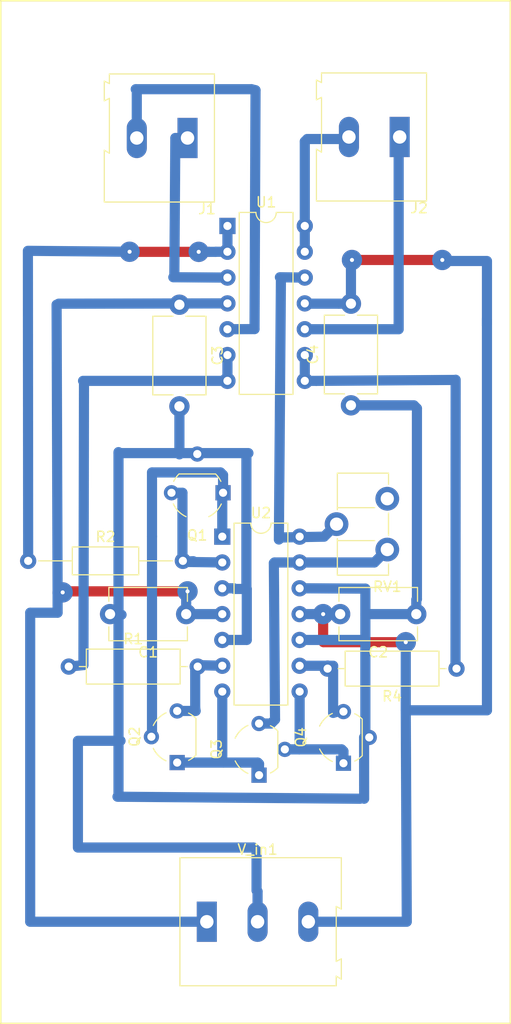
<source format=kicad_pcb>
(kicad_pcb (version 20171130) (host pcbnew 5.1.5-52549c5~84~ubuntu18.04.1)

  (general
    (thickness 1.6)
    (drawings 5)
    (tracks 151)
    (zones 0)
    (modules 17)
    (nets 20)
  )

  (page A4)
  (layers
    (0 F.Cu signal)
    (31 B.Cu signal)
    (32 B.Adhes user)
    (33 F.Adhes user)
    (34 B.Paste user)
    (35 F.Paste user)
    (36 B.SilkS user)
    (37 F.SilkS user)
    (38 B.Mask user)
    (39 F.Mask user)
    (40 Dwgs.User user)
    (41 Cmts.User user)
    (42 Eco1.User user)
    (43 Eco2.User user)
    (44 Edge.Cuts user)
    (45 Margin user)
    (46 B.CrtYd user)
    (47 F.CrtYd user)
    (48 B.Fab user)
    (49 F.Fab user)
  )

  (setup
    (last_trace_width 1)
    (trace_clearance 0.2)
    (zone_clearance 0.508)
    (zone_45_only no)
    (trace_min 0.2)
    (via_size 2)
    (via_drill 0.4)
    (via_min_size 0.4)
    (via_min_drill 0.3)
    (uvia_size 0.3)
    (uvia_drill 0.1)
    (uvias_allowed no)
    (uvia_min_size 0.2)
    (uvia_min_drill 0.1)
    (edge_width 0.15)
    (segment_width 0.2)
    (pcb_text_width 0.3)
    (pcb_text_size 1.5 1.5)
    (mod_edge_width 0.15)
    (mod_text_size 1 1)
    (mod_text_width 0.15)
    (pad_size 1.524 1.524)
    (pad_drill 0.762)
    (pad_to_mask_clearance 0.2)
    (aux_axis_origin 0 0)
    (grid_origin 55 145)
    (visible_elements FFFFFF7F)
    (pcbplotparams
      (layerselection 0x00030_ffffffff)
      (usegerberextensions false)
      (usegerberattributes false)
      (usegerberadvancedattributes false)
      (creategerberjobfile false)
      (excludeedgelayer true)
      (linewidth 0.100000)
      (plotframeref false)
      (viasonmask false)
      (mode 1)
      (useauxorigin false)
      (hpglpennumber 1)
      (hpglpenspeed 20)
      (hpglpendiameter 15.000000)
      (psnegative false)
      (psa4output false)
      (plotreference true)
      (plotvalue true)
      (plotinvisibletext false)
      (padsonsilk false)
      (subtractmaskfromsilk false)
      (outputformat 1)
      (mirror false)
      (drillshape 0)
      (scaleselection 1)
      (outputdirectory ""))
  )

  (net 0 "")
  (net 1 GNDREF)
  (net 2 +VDC)
  (net 3 -VDC)
  (net 4 E2_multiplicador)
  (net 5 E1_multiplicador)
  (net 6 Out_E1_X_E2_Div_E3)
  (net 7 E3_Divisor)
  (net 8 "Net-(Q1-Pad1)")
  (net 9 "Net-(Q1-Pad3)")
  (net 10 "Net-(Q2-Pad1)")
  (net 11 "Net-(Q2-Pad3)")
  (net 12 "Net-(Q3-Pad3)")
  (net 13 "Net-(Q3-Pad2)")
  (net 14 "Net-(Q4-Pad3)")
  (net 15 "Net-(R1-Pad1)")
  (net 16 "Net-(R2-Pad1)")
  (net 17 "Net-(R4-Pad1)")
  (net 18 "Net-(RV1-Pad1)")
  (net 19 "Net-(RV1-Pad2)")

  (net_class Default "This is the default net class."
    (clearance 0.2)
    (trace_width 1)
    (via_dia 2)
    (via_drill 0.4)
    (uvia_dia 0.3)
    (uvia_drill 0.1)
    (add_net +VDC)
    (add_net -VDC)
    (add_net E1_multiplicador)
    (add_net E2_multiplicador)
    (add_net E3_Divisor)
    (add_net GNDREF)
    (add_net "Net-(Q1-Pad1)")
    (add_net "Net-(Q1-Pad3)")
    (add_net "Net-(Q2-Pad1)")
    (add_net "Net-(Q2-Pad3)")
    (add_net "Net-(Q3-Pad2)")
    (add_net "Net-(Q3-Pad3)")
    (add_net "Net-(Q4-Pad3)")
    (add_net "Net-(R1-Pad1)")
    (add_net "Net-(R2-Pad1)")
    (add_net "Net-(R4-Pad1)")
    (add_net "Net-(RV1-Pad1)")
    (add_net "Net-(RV1-Pad2)")
    (add_net Out_E1_X_E2_Div_E3)
  )

  (module Package_TO_SOT_THT:TO-92_Wide (layer F.Cu) (tedit 5DD82EC2) (tstamp 5DD871A7)
    (at 138.8 94.1 180)
    (descr "TO-92 leads molded, wide, drill 0.75mm (see NXP sot054_po.pdf)")
    (tags "to-92 sc-43 sc-43a sot54 PA33 transistor")
    (path /5DD91E35)
    (fp_text reference Q1 (at 2.55 -4.19) (layer F.SilkS)
      (effects (font (size 1 1) (thickness 0.15)))
    )
    (fp_text value PN2222A (at 2.54 2.79) (layer F.Fab)
      (effects (font (size 1 1) (thickness 0.15)))
    )
    (fp_arc (start 2.54 0) (end 4.34 1.85) (angle -20) (layer F.SilkS) (width 0.12))
    (fp_arc (start 2.54 0) (end 2.54 -2.48) (angle -135) (layer F.Fab) (width 0.1))
    (fp_arc (start 2.54 0) (end 2.54 -2.48) (angle 135) (layer F.Fab) (width 0.1))
    (fp_arc (start 2.54 0) (end 3.65 -2.35) (angle 39.71668247) (layer F.SilkS) (width 0.12))
    (fp_arc (start 2.54 0) (end 1.4 -2.35) (angle -39.12170074) (layer F.SilkS) (width 0.12))
    (fp_arc (start 2.54 0) (end 0.74 1.85) (angle 20) (layer F.SilkS) (width 0.12))
    (fp_line (start 6.09 2.01) (end -1.01 2.01) (layer F.CrtYd) (width 0.05))
    (fp_line (start 6.09 2.01) (end 6.09 -3.55) (layer F.CrtYd) (width 0.05))
    (fp_line (start -1.01 -3.55) (end -1.01 2.01) (layer F.CrtYd) (width 0.05))
    (fp_line (start -1.01 -3.55) (end 6.09 -3.55) (layer F.CrtYd) (width 0.05))
    (fp_line (start 0.8 1.75) (end 4.3 1.75) (layer F.Fab) (width 0.1))
    (fp_line (start 0.74 1.85) (end 4.34 1.85) (layer F.SilkS) (width 0.12))
    (fp_text user %R (at 2.54 0) (layer F.Fab)
      (effects (font (size 1 1) (thickness 0.15)))
    )
    (pad 1 thru_hole rect (at 0 0 270) (size 1.5 1.5) (drill 0.8) (layers *.Cu *.Mask)
      (net 8 "Net-(Q1-Pad1)"))
    (pad 3 thru_hole circle (at 5.08 0 270) (size 1.5 1.5) (drill 0.8) (layers *.Cu *.Mask)
      (net 9 "Net-(Q1-Pad3)"))
    (pad 2 thru_hole circle (at 2.54 3.81 270) (size 1.5 1.5) (drill 0.8) (layers *.Cu *.Mask)
      (net 1 GNDREF))
    (model ${KISYS3DMOD}/Package_TO_SOT_THT.3dshapes/TO-92_Wide.wrl
      (at (xyz 0 0 0))
      (scale (xyz 1 1 1))
      (rotate (xyz 0 0 0))
    )
  )

  (module Capacitor_THT:C_Disc_D7.5mm_W5.0mm_P10.00mm (layer F.Cu) (tedit 5AE50EF0) (tstamp 5DD8F415)
    (at 134.5 75.6 270)
    (descr "C, Disc series, Radial, pin pitch=10.00mm, , diameter*width=7.5*5.0mm^2, Capacitor, http://www.vishay.com/docs/28535/vy2series.pdf")
    (tags "C Disc series Radial pin pitch 10.00mm  diameter 7.5mm width 5.0mm Capacitor")
    (path /5E3E8160)
    (fp_text reference C3 (at 5 -3.75 90) (layer F.SilkS)
      (effects (font (size 1 1) (thickness 0.15)))
    )
    (fp_text value 100n (at 5 3.75 90) (layer F.Fab)
      (effects (font (size 1 1) (thickness 0.15)))
    )
    (fp_text user %R (at 5 0 90) (layer F.Fab)
      (effects (font (size 1 1) (thickness 0.15)))
    )
    (fp_line (start 11.25 -2.75) (end -1.25 -2.75) (layer F.CrtYd) (width 0.05))
    (fp_line (start 11.25 2.75) (end 11.25 -2.75) (layer F.CrtYd) (width 0.05))
    (fp_line (start -1.25 2.75) (end 11.25 2.75) (layer F.CrtYd) (width 0.05))
    (fp_line (start -1.25 -2.75) (end -1.25 2.75) (layer F.CrtYd) (width 0.05))
    (fp_line (start 8.87 0.636) (end 8.87 2.62) (layer F.SilkS) (width 0.12))
    (fp_line (start 8.87 -2.62) (end 8.87 -0.636) (layer F.SilkS) (width 0.12))
    (fp_line (start 1.13 0.636) (end 1.13 2.62) (layer F.SilkS) (width 0.12))
    (fp_line (start 1.13 -2.62) (end 1.13 -0.636) (layer F.SilkS) (width 0.12))
    (fp_line (start 1.13 2.62) (end 8.87 2.62) (layer F.SilkS) (width 0.12))
    (fp_line (start 1.13 -2.62) (end 8.87 -2.62) (layer F.SilkS) (width 0.12))
    (fp_line (start 8.75 -2.5) (end 1.25 -2.5) (layer F.Fab) (width 0.1))
    (fp_line (start 8.75 2.5) (end 8.75 -2.5) (layer F.Fab) (width 0.1))
    (fp_line (start 1.25 2.5) (end 8.75 2.5) (layer F.Fab) (width 0.1))
    (fp_line (start 1.25 -2.5) (end 1.25 2.5) (layer F.Fab) (width 0.1))
    (pad 2 thru_hole circle (at 10 0 270) (size 2 2) (drill 1) (layers *.Cu *.Mask)
      (net 1 GNDREF))
    (pad 1 thru_hole circle (at 0 0 270) (size 2 2) (drill 1) (layers *.Cu *.Mask)
      (net 2 +VDC))
    (model ${KISYS3DMOD}/Capacitor_THT.3dshapes/C_Disc_D7.5mm_W5.0mm_P10.00mm.wrl
      (at (xyz 0 0 0))
      (scale (xyz 1 1 1))
      (rotate (xyz 0 0 0))
    )
  )

  (module Capacitor_THT:C_Disc_D7.5mm_W5.0mm_P10.00mm (layer F.Cu) (tedit 5AE50EF0) (tstamp 5DD8E91B)
    (at 151.4 85.5 90)
    (descr "C, Disc series, Radial, pin pitch=10.00mm, , diameter*width=7.5*5.0mm^2, Capacitor, http://www.vishay.com/docs/28535/vy2series.pdf")
    (tags "C Disc series Radial pin pitch 10.00mm  diameter 7.5mm width 5.0mm Capacitor")
    (path /5E3EE2FE)
    (fp_text reference C4 (at 5 -3.75 90) (layer F.SilkS)
      (effects (font (size 1 1) (thickness 0.15)))
    )
    (fp_text value 100n (at 5 3.75 90) (layer F.Fab)
      (effects (font (size 1 1) (thickness 0.15)))
    )
    (fp_text user %R (at 5 0 90) (layer F.Fab)
      (effects (font (size 1 1) (thickness 0.15)))
    )
    (fp_line (start 11.25 -2.75) (end -1.25 -2.75) (layer F.CrtYd) (width 0.05))
    (fp_line (start 11.25 2.75) (end 11.25 -2.75) (layer F.CrtYd) (width 0.05))
    (fp_line (start -1.25 2.75) (end 11.25 2.75) (layer F.CrtYd) (width 0.05))
    (fp_line (start -1.25 -2.75) (end -1.25 2.75) (layer F.CrtYd) (width 0.05))
    (fp_line (start 8.87 0.636) (end 8.87 2.62) (layer F.SilkS) (width 0.12))
    (fp_line (start 8.87 -2.62) (end 8.87 -0.636) (layer F.SilkS) (width 0.12))
    (fp_line (start 1.13 0.636) (end 1.13 2.62) (layer F.SilkS) (width 0.12))
    (fp_line (start 1.13 -2.62) (end 1.13 -0.636) (layer F.SilkS) (width 0.12))
    (fp_line (start 1.13 2.62) (end 8.87 2.62) (layer F.SilkS) (width 0.12))
    (fp_line (start 1.13 -2.62) (end 8.87 -2.62) (layer F.SilkS) (width 0.12))
    (fp_line (start 8.75 -2.5) (end 1.25 -2.5) (layer F.Fab) (width 0.1))
    (fp_line (start 8.75 2.5) (end 8.75 -2.5) (layer F.Fab) (width 0.1))
    (fp_line (start 1.25 2.5) (end 8.75 2.5) (layer F.Fab) (width 0.1))
    (fp_line (start 1.25 -2.5) (end 1.25 2.5) (layer F.Fab) (width 0.1))
    (pad 2 thru_hole circle (at 10 0 90) (size 2 2) (drill 1) (layers *.Cu *.Mask)
      (net 3 -VDC))
    (pad 1 thru_hole circle (at 0 0 90) (size 2 2) (drill 1) (layers *.Cu *.Mask)
      (net 1 GNDREF))
    (model ${KISYS3DMOD}/Capacitor_THT.3dshapes/C_Disc_D7.5mm_W5.0mm_P10.00mm.wrl
      (at (xyz 0 0 0))
      (scale (xyz 1 1 1))
      (rotate (xyz 0 0 0))
    )
  )

  (module Resistor_THT:R_Axial_DIN0309_L9.0mm_D3.2mm_P12.70mm_Horizontal (layer F.Cu) (tedit 5AE5139B) (tstamp 5DD8053E)
    (at 123.6 111.2)
    (descr "Resistor, Axial_DIN0309 series, Axial, Horizontal, pin pitch=12.7mm, 0.5W = 1/2W, length*diameter=9*3.2mm^2, http://cdn-reichelt.de/documents/datenblatt/B400/1_4W%23YAG.pdf")
    (tags "Resistor Axial_DIN0309 series Axial Horizontal pin pitch 12.7mm 0.5W = 1/2W length 9mm diameter 3.2mm")
    (path /5DDAF8F3)
    (fp_text reference R1 (at 6.35 -2.72) (layer F.SilkS)
      (effects (font (size 1 1) (thickness 0.15)))
    )
    (fp_text value 1k (at 6.35 2.72) (layer F.Fab)
      (effects (font (size 1 1) (thickness 0.15)))
    )
    (fp_text user %R (at 6.35 0) (layer F.Fab)
      (effects (font (size 1 1) (thickness 0.15)))
    )
    (fp_line (start 13.75 -1.85) (end -1.05 -1.85) (layer F.CrtYd) (width 0.05))
    (fp_line (start 13.75 1.85) (end 13.75 -1.85) (layer F.CrtYd) (width 0.05))
    (fp_line (start -1.05 1.85) (end 13.75 1.85) (layer F.CrtYd) (width 0.05))
    (fp_line (start -1.05 -1.85) (end -1.05 1.85) (layer F.CrtYd) (width 0.05))
    (fp_line (start 11.66 0) (end 10.97 0) (layer F.SilkS) (width 0.12))
    (fp_line (start 1.04 0) (end 1.73 0) (layer F.SilkS) (width 0.12))
    (fp_line (start 10.97 -1.72) (end 1.73 -1.72) (layer F.SilkS) (width 0.12))
    (fp_line (start 10.97 1.72) (end 10.97 -1.72) (layer F.SilkS) (width 0.12))
    (fp_line (start 1.73 1.72) (end 10.97 1.72) (layer F.SilkS) (width 0.12))
    (fp_line (start 1.73 -1.72) (end 1.73 1.72) (layer F.SilkS) (width 0.12))
    (fp_line (start 12.7 0) (end 10.85 0) (layer F.Fab) (width 0.1))
    (fp_line (start 0 0) (end 1.85 0) (layer F.Fab) (width 0.1))
    (fp_line (start 10.85 -1.6) (end 1.85 -1.6) (layer F.Fab) (width 0.1))
    (fp_line (start 10.85 1.6) (end 10.85 -1.6) (layer F.Fab) (width 0.1))
    (fp_line (start 1.85 1.6) (end 10.85 1.6) (layer F.Fab) (width 0.1))
    (fp_line (start 1.85 -1.6) (end 1.85 1.6) (layer F.Fab) (width 0.1))
    (pad 2 thru_hole oval (at 12.7 0) (size 1.6 1.6) (drill 0.8) (layers *.Cu *.Mask)
      (net 11 "Net-(Q2-Pad3)"))
    (pad 1 thru_hole circle (at 0 0) (size 1.6 1.6) (drill 0.8) (layers *.Cu *.Mask)
      (net 15 "Net-(R1-Pad1)"))
    (model ${KISYS3DMOD}/Resistor_THT.3dshapes/R_Axial_DIN0309_L9.0mm_D3.2mm_P12.70mm_Horizontal.wrl
      (at (xyz 0 0 0))
      (scale (xyz 1 1 1))
      (rotate (xyz 0 0 0))
    )
  )

  (module Resistor_THT:R_Axial_DIN0309_L9.0mm_D3.2mm_P12.70mm_Horizontal (layer F.Cu) (tedit 5AE5139B) (tstamp 5DD7FB2F)
    (at 161.8 111.4 180)
    (descr "Resistor, Axial_DIN0309 series, Axial, Horizontal, pin pitch=12.7mm, 0.5W = 1/2W, length*diameter=9*3.2mm^2, http://cdn-reichelt.de/documents/datenblatt/B400/1_4W%23YAG.pdf")
    (tags "Resistor Axial_DIN0309 series Axial Horizontal pin pitch 12.7mm 0.5W = 1/2W length 9mm diameter 3.2mm")
    (path /5DDBF966)
    (fp_text reference R4 (at 6.35 -2.72) (layer F.SilkS)
      (effects (font (size 1 1) (thickness 0.15)))
    )
    (fp_text value 1k (at 6.35 2.72) (layer F.Fab)
      (effects (font (size 1 1) (thickness 0.15)))
    )
    (fp_text user %R (at 6.35 0) (layer F.Fab)
      (effects (font (size 1 1) (thickness 0.15)))
    )
    (fp_line (start 13.75 -1.85) (end -1.05 -1.85) (layer F.CrtYd) (width 0.05))
    (fp_line (start 13.75 1.85) (end 13.75 -1.85) (layer F.CrtYd) (width 0.05))
    (fp_line (start -1.05 1.85) (end 13.75 1.85) (layer F.CrtYd) (width 0.05))
    (fp_line (start -1.05 -1.85) (end -1.05 1.85) (layer F.CrtYd) (width 0.05))
    (fp_line (start 11.66 0) (end 10.97 0) (layer F.SilkS) (width 0.12))
    (fp_line (start 1.04 0) (end 1.73 0) (layer F.SilkS) (width 0.12))
    (fp_line (start 10.97 -1.72) (end 1.73 -1.72) (layer F.SilkS) (width 0.12))
    (fp_line (start 10.97 1.72) (end 10.97 -1.72) (layer F.SilkS) (width 0.12))
    (fp_line (start 1.73 1.72) (end 10.97 1.72) (layer F.SilkS) (width 0.12))
    (fp_line (start 1.73 -1.72) (end 1.73 1.72) (layer F.SilkS) (width 0.12))
    (fp_line (start 12.7 0) (end 10.85 0) (layer F.Fab) (width 0.1))
    (fp_line (start 0 0) (end 1.85 0) (layer F.Fab) (width 0.1))
    (fp_line (start 10.85 -1.6) (end 1.85 -1.6) (layer F.Fab) (width 0.1))
    (fp_line (start 10.85 1.6) (end 10.85 -1.6) (layer F.Fab) (width 0.1))
    (fp_line (start 1.85 1.6) (end 10.85 1.6) (layer F.Fab) (width 0.1))
    (fp_line (start 1.85 -1.6) (end 1.85 1.6) (layer F.Fab) (width 0.1))
    (pad 2 thru_hole oval (at 12.7 0 180) (size 1.6 1.6) (drill 0.8) (layers *.Cu *.Mask)
      (net 14 "Net-(Q4-Pad3)"))
    (pad 1 thru_hole circle (at 0 0 180) (size 1.6 1.6) (drill 0.8) (layers *.Cu *.Mask)
      (net 17 "Net-(R4-Pad1)"))
    (model ${KISYS3DMOD}/Resistor_THT.3dshapes/R_Axial_DIN0309_L9.0mm_D3.2mm_P12.70mm_Horizontal.wrl
      (at (xyz 0 0 0))
      (scale (xyz 1 1 1))
      (rotate (xyz 0 0 0))
    )
  )

  (module Package_TO_SOT_THT:TO-92_Wide (layer F.Cu) (tedit 5A2795B7) (tstamp 5DD8669C)
    (at 134.279 120.643 90)
    (descr "TO-92 leads molded, wide, drill 0.75mm (see NXP sot054_po.pdf)")
    (tags "to-92 sc-43 sc-43a sot54 PA33 transistor")
    (path /5DDAF913)
    (fp_text reference Q2 (at 2.55 -4.19 90) (layer F.SilkS)
      (effects (font (size 1 1) (thickness 0.15)))
    )
    (fp_text value PN2222A (at 2.54 2.79 90) (layer F.Fab)
      (effects (font (size 1 1) (thickness 0.15)))
    )
    (fp_arc (start 2.54 0) (end 4.34 1.85) (angle -20) (layer F.SilkS) (width 0.12))
    (fp_arc (start 2.54 0) (end 2.54 -2.48) (angle -135) (layer F.Fab) (width 0.1))
    (fp_arc (start 2.54 0) (end 2.54 -2.48) (angle 135) (layer F.Fab) (width 0.1))
    (fp_arc (start 2.54 0) (end 3.65 -2.35) (angle 39.71668247) (layer F.SilkS) (width 0.12))
    (fp_arc (start 2.54 0) (end 1.4 -2.35) (angle -39.12170074) (layer F.SilkS) (width 0.12))
    (fp_arc (start 2.54 0) (end 0.74 1.85) (angle 20) (layer F.SilkS) (width 0.12))
    (fp_line (start 6.09 2.01) (end -1.01 2.01) (layer F.CrtYd) (width 0.05))
    (fp_line (start 6.09 2.01) (end 6.09 -3.55) (layer F.CrtYd) (width 0.05))
    (fp_line (start -1.01 -3.55) (end -1.01 2.01) (layer F.CrtYd) (width 0.05))
    (fp_line (start -1.01 -3.55) (end 6.09 -3.55) (layer F.CrtYd) (width 0.05))
    (fp_line (start 0.8 1.75) (end 4.3 1.75) (layer F.Fab) (width 0.1))
    (fp_line (start 0.74 1.85) (end 4.34 1.85) (layer F.SilkS) (width 0.12))
    (fp_text user %R (at 2.54 0 270) (layer F.Fab)
      (effects (font (size 1 1) (thickness 0.15)))
    )
    (pad 1 thru_hole rect (at 0 0 180) (size 1.5 1.5) (drill 0.8) (layers *.Cu *.Mask)
      (net 10 "Net-(Q2-Pad1)"))
    (pad 3 thru_hole circle (at 5.08 0 180) (size 1.5 1.5) (drill 0.8) (layers *.Cu *.Mask)
      (net 11 "Net-(Q2-Pad3)"))
    (pad 2 thru_hole circle (at 2.54 -2.54 180) (size 1.5 1.5) (drill 0.8) (layers *.Cu *.Mask)
      (net 8 "Net-(Q1-Pad1)"))
    (model ${KISYS3DMOD}/Package_TO_SOT_THT.3dshapes/TO-92_Wide.wrl
      (at (xyz 0 0 0))
      (scale (xyz 1 1 1))
      (rotate (xyz 0 0 0))
    )
  )

  (module Package_TO_SOT_THT:TO-92_Wide (layer F.Cu) (tedit 5DD7E88F) (tstamp 5DD87BA4)
    (at 142.34604 121.88252 90)
    (descr "TO-92 leads molded, wide, drill 0.75mm (see NXP sot054_po.pdf)")
    (tags "to-92 sc-43 sc-43a sot54 PA33 transistor")
    (path /5E067F0D)
    (fp_text reference Q3 (at 2.55 -4.19 90) (layer F.SilkS)
      (effects (font (size 1 1) (thickness 0.15)))
    )
    (fp_text value PN2222A (at 2.54 2.79 90) (layer F.Fab)
      (effects (font (size 1 1) (thickness 0.15)))
    )
    (fp_arc (start 2.54 0) (end 4.34 1.85) (angle -20) (layer F.SilkS) (width 0.12))
    (fp_arc (start 2.54 0) (end 2.54 -2.48) (angle -135) (layer F.Fab) (width 0.1))
    (fp_arc (start 2.54 0) (end 2.54 -2.48) (angle 135) (layer F.Fab) (width 0.1))
    (fp_arc (start 2.54 0) (end 3.65 -2.35) (angle 39.71668247) (layer F.SilkS) (width 0.12))
    (fp_arc (start 2.54 0) (end 1.4 -2.35) (angle -39.12170074) (layer F.SilkS) (width 0.12))
    (fp_arc (start 2.54 0) (end 0.74 1.85) (angle 20) (layer F.SilkS) (width 0.12))
    (fp_line (start 6.09 2.01) (end -1.01 2.01) (layer F.CrtYd) (width 0.05))
    (fp_line (start 6.09 2.01) (end 6.09 -3.55) (layer F.CrtYd) (width 0.05))
    (fp_line (start -1.01 -3.55) (end -1.01 2.01) (layer F.CrtYd) (width 0.05))
    (fp_line (start -1.01 -3.55) (end 6.09 -3.55) (layer F.CrtYd) (width 0.05))
    (fp_line (start 0.8 1.75) (end 4.3 1.75) (layer F.Fab) (width 0.1))
    (fp_line (start 0.74 1.85) (end 4.34 1.85) (layer F.SilkS) (width 0.12))
    (fp_text user %R (at 2.54 0 90) (layer F.Fab)
      (effects (font (size 1 1) (thickness 0.15)))
    )
    (pad 1 thru_hole rect (at 0 0 180) (size 1.5 1.5) (drill 0.8) (layers *.Cu *.Mask)
      (net 10 "Net-(Q2-Pad1)"))
    (pad 3 thru_hole circle (at 5.08 0 180) (size 1.5 1.5) (drill 0.8) (layers *.Cu *.Mask)
      (net 12 "Net-(Q3-Pad3)"))
    (pad 2 thru_hole circle (at 2.54 2.54 180) (size 1.5 1.5) (drill 0.8) (layers *.Cu *.Mask)
      (net 13 "Net-(Q3-Pad2)"))
    (model ${KISYS3DMOD}/Package_TO_SOT_THT.3dshapes/TO-92_Wide.wrl
      (at (xyz 0 0 0))
      (scale (xyz 1 1 1))
      (rotate (xyz 0 0 0))
    )
  )

  (module Package_TO_SOT_THT:TO-92_Wide (layer F.Cu) (tedit 5DD7E878) (tstamp 5DD866C4)
    (at 150.662 120.7065 90)
    (descr "TO-92 leads molded, wide, drill 0.75mm (see NXP sot054_po.pdf)")
    (tags "to-92 sc-43 sc-43a sot54 PA33 transistor")
    (path /5DDBF986)
    (fp_text reference Q4 (at 2.55 -4.19 90) (layer F.SilkS)
      (effects (font (size 1 1) (thickness 0.15)))
    )
    (fp_text value PN2222A (at 2.54 2.79 90) (layer F.Fab)
      (effects (font (size 1 1) (thickness 0.15)))
    )
    (fp_arc (start 2.54 0) (end 4.34 1.85) (angle -20) (layer F.SilkS) (width 0.12))
    (fp_arc (start 2.54 0) (end 2.54 -2.48) (angle -135) (layer F.Fab) (width 0.1))
    (fp_arc (start 2.54 0) (end 2.54 -2.48) (angle 135) (layer F.Fab) (width 0.1))
    (fp_arc (start 2.54 0) (end 3.65 -2.35) (angle 39.71668247) (layer F.SilkS) (width 0.12))
    (fp_arc (start 2.54 0) (end 1.4 -2.35) (angle -39.12170074) (layer F.SilkS) (width 0.12))
    (fp_arc (start 2.54 0) (end 0.74 1.85) (angle 20) (layer F.SilkS) (width 0.12))
    (fp_line (start 6.09 2.01) (end -1.01 2.01) (layer F.CrtYd) (width 0.05))
    (fp_line (start 6.09 2.01) (end 6.09 -3.55) (layer F.CrtYd) (width 0.05))
    (fp_line (start -1.01 -3.55) (end -1.01 2.01) (layer F.CrtYd) (width 0.05))
    (fp_line (start -1.01 -3.55) (end 6.09 -3.55) (layer F.CrtYd) (width 0.05))
    (fp_line (start 0.8 1.75) (end 4.3 1.75) (layer F.Fab) (width 0.1))
    (fp_line (start 0.74 1.85) (end 4.34 1.85) (layer F.SilkS) (width 0.12))
    (fp_text user %R (at 2.54 0 90) (layer F.Fab)
      (effects (font (size 1 1) (thickness 0.15)))
    )
    (pad 1 thru_hole rect (at 0 0 180) (size 1.5 1.5) (drill 0.8) (layers *.Cu *.Mask)
      (net 13 "Net-(Q3-Pad2)"))
    (pad 3 thru_hole circle (at 5.08 0 180) (size 1.5 1.5) (drill 0.8) (layers *.Cu *.Mask)
      (net 14 "Net-(Q4-Pad3)"))
    (pad 2 thru_hole circle (at 2.54 2.54 180) (size 1.5 1.5) (drill 0.8) (layers *.Cu *.Mask)
      (net 1 GNDREF))
    (model ${KISYS3DMOD}/Package_TO_SOT_THT.3dshapes/TO-92_Wide.wrl
      (at (xyz 0 0 0))
      (scale (xyz 1 1 1))
      (rotate (xyz 0 0 0))
    )
  )

  (module Potentiometer_THT:Potentiometer_ACP_CA9-H5_Horizontal (layer F.Cu) (tedit 5DD7DFED) (tstamp 5DD6EEE4)
    (at 154.98 99.688 180)
    (descr "Potentiometer, horizontal, ACP CA9-H5, http://www.acptechnologies.com/wp-content/uploads/2017/05/02-ACP-CA9-CE9.pdf")
    (tags "Potentiometer horizontal ACP CA9-H5")
    (path /5E052636)
    (fp_text reference RV1 (at 0 -3.65 180) (layer F.SilkS)
      (effects (font (size 1 1) (thickness 0.15)))
    )
    (fp_text value 4.7k (at 0 8.65 180) (layer F.Fab)
      (effects (font (size 1 1) (thickness 0.15)))
    )
    (fp_text user %R (at 2.4 2.5 180) (layer F.Fab)
      (effects (font (size 1 1) (thickness 0.15)))
    )
    (fp_line (start 6.45 -2.7) (end -1.45 -2.7) (layer F.CrtYd) (width 0.05))
    (fp_line (start 6.45 7.65) (end 6.45 -2.7) (layer F.CrtYd) (width 0.05))
    (fp_line (start -1.45 7.65) (end 6.45 7.65) (layer F.CrtYd) (width 0.05))
    (fp_line (start -1.45 -2.7) (end -1.45 7.65) (layer F.CrtYd) (width 0.05))
    (fp_line (start 4.92 3.925) (end 4.92 4.12) (layer F.SilkS) (width 0.12))
    (fp_line (start 4.92 0.88) (end 4.92 1.075) (layer F.SilkS) (width 0.12))
    (fp_line (start -0.121 1.426) (end -0.121 3.575) (layer F.SilkS) (width 0.12))
    (fp_line (start 1.237 4.12) (end 4.92 4.12) (layer F.SilkS) (width 0.12))
    (fp_line (start 1.237 0.88) (end 4.92 0.88) (layer F.SilkS) (width 0.12))
    (fp_line (start -0.121 1.426) (end -0.121 3.575) (layer F.SilkS) (width 0.12))
    (fp_line (start -0.121 -2.521) (end -0.121 -1.426) (layer F.SilkS) (width 0.12))
    (fp_line (start -0.121 6.425) (end -0.121 7.52) (layer F.SilkS) (width 0.12))
    (fp_line (start 4.92 3.925) (end 4.92 7.52) (layer F.SilkS) (width 0.12))
    (fp_line (start 4.92 -2.521) (end 4.92 1.075) (layer F.SilkS) (width 0.12))
    (fp_line (start -0.121 7.52) (end 4.92 7.52) (layer F.SilkS) (width 0.12))
    (fp_line (start -0.121 -2.521) (end 4.92 -2.521) (layer F.SilkS) (width 0.12))
    (fp_line (start 4.8 1) (end 0 1) (layer F.Fab) (width 0.1))
    (fp_line (start 4.8 4) (end 4.8 1) (layer F.Fab) (width 0.1))
    (fp_line (start 0 4) (end 4.8 4) (layer F.Fab) (width 0.1))
    (fp_line (start 0 1) (end 0 4) (layer F.Fab) (width 0.1))
    (fp_line (start 0 -2.4) (end 4.8 -2.4) (layer F.Fab) (width 0.1))
    (fp_line (start 0 7.4) (end 0 -2.4) (layer F.Fab) (width 0.1))
    (fp_line (start 4.8 7.4) (end 0 7.4) (layer F.Fab) (width 0.1))
    (fp_line (start 4.8 -2.4) (end 4.8 7.4) (layer F.Fab) (width 0.1))
    (pad 3 thru_hole circle (at 0 0 180) (size 2.34 2.34) (drill 1.3) (layers *.Cu *.Mask)
      (net 12 "Net-(Q3-Pad3)"))
    (pad 2 thru_hole circle (at 5 2.5 180) (size 2.34 2.34) (drill 1.3) (layers *.Cu *.Mask)
      (net 19 "Net-(RV1-Pad2)"))
    (pad 1 thru_hole circle (at 0 5 180) (size 2.34 2.34) (drill 1.3) (layers *.Cu *.Mask)
      (net 18 "Net-(RV1-Pad1)"))
    (model ${KISYS3DMOD}/Potentiometer_THT.3dshapes/Potentiometer_ACP_CA9-H5_Horizontal.wrl
      (at (xyz 0 0 0))
      (scale (xyz 1 1 1))
      (rotate (xyz 0 0 0))
    )
    (model /home/fgl27/Downloads/kicad_layouts_etc/Potentiometers.3dshapes/Potentiometer_Trimmer_ACP_CA9h3.8_Vertical_Px3.8mm_Py5.0mm.wrl
      (at (xyz 0 0 0))
      (scale (xyz 0.5 0.4 0.4))
      (rotate (xyz 0 0 0))
    )
  )

  (module Package_DIP:DIP-14_W7.62mm (layer F.Cu) (tedit 5A02E8C5) (tstamp 5DD7E80B)
    (at 138.724 98.418)
    (descr "14-lead though-hole mounted DIP package, row spacing 7.62 mm (300 mils)")
    (tags "THT DIP DIL PDIP 2.54mm 7.62mm 300mil")
    (path /5DE328D8)
    (fp_text reference U2 (at 3.81 -2.33) (layer F.SilkS)
      (effects (font (size 1 1) (thickness 0.15)))
    )
    (fp_text value TL074 (at 3.81 17.57) (layer F.Fab)
      (effects (font (size 1 1) (thickness 0.15)))
    )
    (fp_text user %R (at 3.81 7.62) (layer F.Fab)
      (effects (font (size 1 1) (thickness 0.15)))
    )
    (fp_line (start 8.7 -1.55) (end -1.1 -1.55) (layer F.CrtYd) (width 0.05))
    (fp_line (start 8.7 16.8) (end 8.7 -1.55) (layer F.CrtYd) (width 0.05))
    (fp_line (start -1.1 16.8) (end 8.7 16.8) (layer F.CrtYd) (width 0.05))
    (fp_line (start -1.1 -1.55) (end -1.1 16.8) (layer F.CrtYd) (width 0.05))
    (fp_line (start 6.46 -1.33) (end 4.81 -1.33) (layer F.SilkS) (width 0.12))
    (fp_line (start 6.46 16.57) (end 6.46 -1.33) (layer F.SilkS) (width 0.12))
    (fp_line (start 1.16 16.57) (end 6.46 16.57) (layer F.SilkS) (width 0.12))
    (fp_line (start 1.16 -1.33) (end 1.16 16.57) (layer F.SilkS) (width 0.12))
    (fp_line (start 2.81 -1.33) (end 1.16 -1.33) (layer F.SilkS) (width 0.12))
    (fp_line (start 0.635 -0.27) (end 1.635 -1.27) (layer F.Fab) (width 0.1))
    (fp_line (start 0.635 16.51) (end 0.635 -0.27) (layer F.Fab) (width 0.1))
    (fp_line (start 6.985 16.51) (end 0.635 16.51) (layer F.Fab) (width 0.1))
    (fp_line (start 6.985 -1.27) (end 6.985 16.51) (layer F.Fab) (width 0.1))
    (fp_line (start 1.635 -1.27) (end 6.985 -1.27) (layer F.Fab) (width 0.1))
    (fp_arc (start 3.81 -1.33) (end 2.81 -1.33) (angle -180) (layer F.SilkS) (width 0.12))
    (pad 14 thru_hole oval (at 7.62 0) (size 1.6 1.6) (drill 0.8) (layers *.Cu *.Mask)
      (net 19 "Net-(RV1-Pad2)"))
    (pad 7 thru_hole oval (at 0 15.24) (size 1.6 1.6) (drill 0.8) (layers *.Cu *.Mask)
      (net 10 "Net-(Q2-Pad1)"))
    (pad 13 thru_hole oval (at 7.62 2.54) (size 1.6 1.6) (drill 0.8) (layers *.Cu *.Mask)
      (net 12 "Net-(Q3-Pad3)"))
    (pad 6 thru_hole oval (at 0 12.7) (size 1.6 1.6) (drill 0.8) (layers *.Cu *.Mask)
      (net 11 "Net-(Q2-Pad3)"))
    (pad 12 thru_hole oval (at 7.62 5.08) (size 1.6 1.6) (drill 0.8) (layers *.Cu *.Mask)
      (net 1 GNDREF))
    (pad 5 thru_hole oval (at 0 10.16) (size 1.6 1.6) (drill 0.8) (layers *.Cu *.Mask)
      (net 1 GNDREF))
    (pad 11 thru_hole oval (at 7.62 7.62) (size 1.6 1.6) (drill 0.8) (layers *.Cu *.Mask)
      (net 3 -VDC))
    (pad 4 thru_hole oval (at 0 7.62) (size 1.6 1.6) (drill 0.8) (layers *.Cu *.Mask)
      (net 2 +VDC))
    (pad 10 thru_hole oval (at 7.62 10.16) (size 1.6 1.6) (drill 0.8) (layers *.Cu *.Mask)
      (net 1 GNDREF))
    (pad 3 thru_hole oval (at 0 5.08) (size 1.6 1.6) (drill 0.8) (layers *.Cu *.Mask)
      (net 1 GNDREF))
    (pad 9 thru_hole oval (at 7.62 12.7) (size 1.6 1.6) (drill 0.8) (layers *.Cu *.Mask)
      (net 14 "Net-(Q4-Pad3)"))
    (pad 2 thru_hole oval (at 0 2.54) (size 1.6 1.6) (drill 0.8) (layers *.Cu *.Mask)
      (net 9 "Net-(Q1-Pad3)"))
    (pad 8 thru_hole oval (at 7.62 15.24) (size 1.6 1.6) (drill 0.8) (layers *.Cu *.Mask)
      (net 13 "Net-(Q3-Pad2)"))
    (pad 1 thru_hole rect (at 0 0) (size 1.6 1.6) (drill 0.8) (layers *.Cu *.Mask)
      (net 8 "Net-(Q1-Pad1)"))
    (model ${KISYS3DMOD}/Package_DIP.3dshapes/DIP-14_W7.62mm.wrl
      (offset (xyz 0 0 4))
      (scale (xyz 1 1 1))
      (rotate (xyz 0 0 0))
    )
    (model ${KISYS3DMOD}/Package_DIP.3dshapes/DIP-14_W7.62mm_Socket.step
      (at (xyz 0 0 0))
      (scale (xyz 1 1 1))
      (rotate (xyz 0 0 0))
    )
  )

  (module Package_DIP:DIP-14_W7.62mm (layer F.Cu) (tedit 5A02E8C5) (tstamp 5DD7E7E9)
    (at 139.232 67.85164)
    (descr "14-lead though-hole mounted DIP package, row spacing 7.62 mm (300 mils)")
    (tags "THT DIP DIL PDIP 2.54mm 7.62mm 300mil")
    (path /5DE4D866)
    (fp_text reference U1 (at 3.81 -2.33) (layer F.SilkS)
      (effects (font (size 1 1) (thickness 0.15)))
    )
    (fp_text value TL074 (at 3.81 17.57) (layer F.Fab)
      (effects (font (size 1 1) (thickness 0.15)))
    )
    (fp_text user %R (at 3.81 7.62) (layer F.Fab)
      (effects (font (size 1 1) (thickness 0.15)))
    )
    (fp_line (start 8.7 -1.55) (end -1.1 -1.55) (layer F.CrtYd) (width 0.05))
    (fp_line (start 8.7 16.8) (end 8.7 -1.55) (layer F.CrtYd) (width 0.05))
    (fp_line (start -1.1 16.8) (end 8.7 16.8) (layer F.CrtYd) (width 0.05))
    (fp_line (start -1.1 -1.55) (end -1.1 16.8) (layer F.CrtYd) (width 0.05))
    (fp_line (start 6.46 -1.33) (end 4.81 -1.33) (layer F.SilkS) (width 0.12))
    (fp_line (start 6.46 16.57) (end 6.46 -1.33) (layer F.SilkS) (width 0.12))
    (fp_line (start 1.16 16.57) (end 6.46 16.57) (layer F.SilkS) (width 0.12))
    (fp_line (start 1.16 -1.33) (end 1.16 16.57) (layer F.SilkS) (width 0.12))
    (fp_line (start 2.81 -1.33) (end 1.16 -1.33) (layer F.SilkS) (width 0.12))
    (fp_line (start 0.635 -0.27) (end 1.635 -1.27) (layer F.Fab) (width 0.1))
    (fp_line (start 0.635 16.51) (end 0.635 -0.27) (layer F.Fab) (width 0.1))
    (fp_line (start 6.985 16.51) (end 0.635 16.51) (layer F.Fab) (width 0.1))
    (fp_line (start 6.985 -1.27) (end 6.985 16.51) (layer F.Fab) (width 0.1))
    (fp_line (start 1.635 -1.27) (end 6.985 -1.27) (layer F.Fab) (width 0.1))
    (fp_arc (start 3.81 -1.33) (end 2.81 -1.33) (angle -180) (layer F.SilkS) (width 0.12))
    (pad 14 thru_hole oval (at 7.62 0) (size 1.6 1.6) (drill 0.8) (layers *.Cu *.Mask)
      (net 6 Out_E1_X_E2_Div_E3))
    (pad 7 thru_hole oval (at 0 15.24) (size 1.6 1.6) (drill 0.8) (layers *.Cu *.Mask)
      (net 15 "Net-(R1-Pad1)"))
    (pad 13 thru_hole oval (at 7.62 2.54) (size 1.6 1.6) (drill 0.8) (layers *.Cu *.Mask)
      (net 6 Out_E1_X_E2_Div_E3))
    (pad 6 thru_hole oval (at 0 12.7) (size 1.6 1.6) (drill 0.8) (layers *.Cu *.Mask)
      (net 15 "Net-(R1-Pad1)"))
    (pad 12 thru_hole oval (at 7.62 5.08) (size 1.6 1.6) (drill 0.8) (layers *.Cu *.Mask)
      (net 19 "Net-(RV1-Pad2)"))
    (pad 5 thru_hole oval (at 0 10.16) (size 1.6 1.6) (drill 0.8) (layers *.Cu *.Mask)
      (net 4 E2_multiplicador))
    (pad 11 thru_hole oval (at 7.62 7.62) (size 1.6 1.6) (drill 0.8) (layers *.Cu *.Mask)
      (net 3 -VDC))
    (pad 4 thru_hole oval (at 0 7.62) (size 1.6 1.6) (drill 0.8) (layers *.Cu *.Mask)
      (net 2 +VDC))
    (pad 10 thru_hole oval (at 7.62 10.16) (size 1.6 1.6) (drill 0.8) (layers *.Cu *.Mask)
      (net 7 E3_Divisor))
    (pad 3 thru_hole oval (at 0 5.08) (size 1.6 1.6) (drill 0.8) (layers *.Cu *.Mask)
      (net 5 E1_multiplicador))
    (pad 9 thru_hole oval (at 7.62 12.7) (size 1.6 1.6) (drill 0.8) (layers *.Cu *.Mask)
      (net 17 "Net-(R4-Pad1)"))
    (pad 2 thru_hole oval (at 0 2.54) (size 1.6 1.6) (drill 0.8) (layers *.Cu *.Mask)
      (net 16 "Net-(R2-Pad1)"))
    (pad 8 thru_hole oval (at 7.62 15.24) (size 1.6 1.6) (drill 0.8) (layers *.Cu *.Mask)
      (net 17 "Net-(R4-Pad1)"))
    (pad 1 thru_hole rect (at 0 0) (size 1.6 1.6) (drill 0.8) (layers *.Cu *.Mask)
      (net 16 "Net-(R2-Pad1)"))
    (model ${KISYS3DMOD}/Package_DIP.3dshapes/DIP-14_W7.62mm.wrl
      (offset (xyz 0 0 4))
      (scale (xyz 1 1 1))
      (rotate (xyz 0 0 0))
    )
    (model ${KISYS3DMOD}/Package_DIP.3dshapes/DIP-14_W7.62mm_Socket.step
      (at (xyz 0 0 0))
      (scale (xyz 1 1 1))
      (rotate (xyz 0 0 0))
    )
  )

  (module TerminalBlock:TerminalBlock_Altech_AK300-3_P5.00mm (layer F.Cu) (tedit 59FF0306) (tstamp 5DD6E2A1)
    (at 137.2 136.3)
    (descr "Altech AK300 terminal block, pitch 5.0mm, 45 degree angled, see http://www.mouser.com/ds/2/16/PCBMETRC-24178.pdf")
    (tags "Altech AK300 terminal block pitch 5.0mm")
    (path /5DE1469D)
    (fp_text reference V_in1 (at 5 -7.1) (layer F.SilkS)
      (effects (font (size 1 1) (thickness 0.15)))
    )
    (fp_text value Screw_Terminal_01x03 (at 4.95 7.3) (layer F.Fab)
      (effects (font (size 1 1) (thickness 0.15)))
    )
    (fp_arc (start -1.16 -4.66) (end -1.44 -4.14) (angle 104.2) (layer F.Fab) (width 0.1))
    (fp_arc (start -0.04 -3.72) (end -1.64 -5.01) (angle 100) (layer F.Fab) (width 0.1))
    (fp_arc (start 0.04 -6.08) (end 1.5 -4.13) (angle 75.5) (layer F.Fab) (width 0.1))
    (fp_arc (start 1 -4.6) (end 1.51 -5.06) (angle 90.5) (layer F.Fab) (width 0.1))
    (fp_arc (start 3.85 -4.66) (end 3.56 -4.14) (angle 104.2) (layer F.Fab) (width 0.1))
    (fp_arc (start 4.96 -3.72) (end 3.36 -5.01) (angle 100) (layer F.Fab) (width 0.1))
    (fp_arc (start 5.04 -6.08) (end 6.5 -4.13) (angle 75.5) (layer F.Fab) (width 0.1))
    (fp_arc (start 6.01 -4.6) (end 6.51 -5.06) (angle 90.5) (layer F.Fab) (width 0.1))
    (fp_arc (start 11.09 -4.6) (end 11.59 -5.06) (angle 90.5) (layer F.Fab) (width 0.1))
    (fp_arc (start 10.12 -6.08) (end 11.58 -4.13) (angle 75.5) (layer F.Fab) (width 0.1))
    (fp_arc (start 10.04 -3.72) (end 8.44 -5.01) (angle 100) (layer F.Fab) (width 0.1))
    (fp_arc (start 8.93 -4.66) (end 8.64 -4.14) (angle 104.2) (layer F.Fab) (width 0.1))
    (fp_line (start 13.42 6.46) (end -2.83 6.46) (layer F.CrtYd) (width 0.05))
    (fp_line (start 13.42 6.46) (end 13.42 -6.48) (layer F.CrtYd) (width 0.05))
    (fp_line (start -2.83 -6.48) (end -2.83 6.46) (layer F.CrtYd) (width 0.05))
    (fp_line (start -2.83 -6.48) (end 13.42 -6.48) (layer F.CrtYd) (width 0.05))
    (fp_line (start 3.34 -0.26) (end 6.64 -0.26) (layer F.Fab) (width 0.1))
    (fp_line (start 2.96 -0.26) (end 3.34 -0.26) (layer F.Fab) (width 0.1))
    (fp_line (start 7.02 -0.26) (end 6.64 -0.26) (layer F.Fab) (width 0.1))
    (fp_line (start 1.64 -0.26) (end -1.67 -0.26) (layer F.Fab) (width 0.1))
    (fp_line (start 2.02 -0.26) (end 1.64 -0.26) (layer F.Fab) (width 0.1))
    (fp_line (start -2.05 -0.26) (end -1.67 -0.26) (layer F.Fab) (width 0.1))
    (fp_line (start -1.51 -4.33) (end 1.53 -4.96) (layer F.Fab) (width 0.1))
    (fp_line (start -1.64 -4.46) (end 1.41 -5.09) (layer F.Fab) (width 0.1))
    (fp_line (start 3.49 -4.33) (end 6.54 -4.96) (layer F.Fab) (width 0.1))
    (fp_line (start 3.36 -4.46) (end 6.41 -5.09) (layer F.Fab) (width 0.1))
    (fp_line (start 2.02 -5.98) (end -2.05 -5.98) (layer F.Fab) (width 0.1))
    (fp_line (start -2.05 -3.44) (end -2.05 -5.98) (layer F.Fab) (width 0.1))
    (fp_line (start 2.02 -3.44) (end -2.05 -3.44) (layer F.Fab) (width 0.1))
    (fp_line (start 2.02 -3.44) (end 2.02 -5.98) (layer F.Fab) (width 0.1))
    (fp_line (start 7.02 -3.44) (end 2.96 -3.44) (layer F.Fab) (width 0.1))
    (fp_line (start 7.02 -5.98) (end 7.02 -3.44) (layer F.Fab) (width 0.1))
    (fp_line (start 2.96 -5.98) (end 7.02 -5.98) (layer F.Fab) (width 0.1))
    (fp_line (start 2.96 -3.44) (end 2.96 -5.98) (layer F.Fab) (width 0.1))
    (fp_line (start -2.58 -3.19) (end -2.58 -6.23) (layer F.Fab) (width 0.1))
    (fp_line (start -2.58 -3.19) (end 7.58 -3.19) (layer F.Fab) (width 0.1))
    (fp_line (start -2.58 -0.65) (end -2.58 -3.19) (layer F.Fab) (width 0.1))
    (fp_line (start -2.58 6.21) (end -2.58 -0.65) (layer F.Fab) (width 0.1))
    (fp_line (start 6.64 0.5) (end 6.26 0.5) (layer F.Fab) (width 0.1))
    (fp_line (start 3.34 0.5) (end 3.72 0.5) (layer F.Fab) (width 0.1))
    (fp_line (start 1.64 0.5) (end 1.26 0.5) (layer F.Fab) (width 0.1))
    (fp_line (start -1.67 0.5) (end -1.28 0.5) (layer F.Fab) (width 0.1))
    (fp_line (start -1.67 3.67) (end -1.67 0.5) (layer F.Fab) (width 0.1))
    (fp_line (start 1.64 3.67) (end -1.67 3.67) (layer F.Fab) (width 0.1))
    (fp_line (start 1.64 3.67) (end 1.64 0.5) (layer F.Fab) (width 0.1))
    (fp_line (start 3.34 3.67) (end 3.34 0.5) (layer F.Fab) (width 0.1))
    (fp_line (start 6.64 3.67) (end 3.34 3.67) (layer F.Fab) (width 0.1))
    (fp_line (start 6.64 3.67) (end 6.64 0.5) (layer F.Fab) (width 0.1))
    (fp_line (start -2.05 4.31) (end -2.05 6.21) (layer F.Fab) (width 0.1))
    (fp_line (start 2.02 4.31) (end 2.02 -0.26) (layer F.Fab) (width 0.1))
    (fp_line (start 2.02 4.31) (end -2.05 4.31) (layer F.Fab) (width 0.1))
    (fp_line (start 7.02 4.31) (end 7.02 6.21) (layer F.Fab) (width 0.1))
    (fp_line (start 2.96 4.31) (end 2.96 -0.26) (layer F.Fab) (width 0.1))
    (fp_line (start 2.96 4.31) (end 7.02 4.31) (layer F.Fab) (width 0.1))
    (fp_line (start -2.05 6.21) (end 2.02 6.21) (layer F.Fab) (width 0.1))
    (fp_line (start -2.58 6.21) (end -2.05 6.21) (layer F.Fab) (width 0.1))
    (fp_line (start -2.05 -0.26) (end -2.05 4.31) (layer F.Fab) (width 0.1))
    (fp_line (start 2.02 6.21) (end 2.96 6.21) (layer F.Fab) (width 0.1))
    (fp_line (start 2.02 6.21) (end 2.02 4.31) (layer F.Fab) (width 0.1))
    (fp_line (start 7.02 6.21) (end 7.58 6.21) (layer F.Fab) (width 0.1))
    (fp_line (start 2.96 6.21) (end 7.02 6.21) (layer F.Fab) (width 0.1))
    (fp_line (start 7.02 -0.26) (end 7.02 4.31) (layer F.Fab) (width 0.1))
    (fp_line (start 2.96 6.21) (end 2.96 4.31) (layer F.Fab) (width 0.1))
    (fp_line (start 8.02 4.05) (end 8.02 5.2) (layer F.Fab) (width 0.1))
    (fp_line (start 8.02 5.2) (end 8.02 6.21) (layer F.Fab) (width 0.1))
    (fp_line (start 3.72 2.53) (end 3.72 -0.26) (layer F.Fab) (width 0.1))
    (fp_line (start 3.72 -0.26) (end 6.26 -0.26) (layer F.Fab) (width 0.1))
    (fp_line (start 6.26 2.53) (end 6.26 -0.26) (layer F.Fab) (width 0.1))
    (fp_line (start 3.72 2.53) (end 6.26 2.53) (layer F.Fab) (width 0.1))
    (fp_line (start -1.28 2.53) (end -1.28 -0.26) (layer F.Fab) (width 0.1))
    (fp_line (start -1.28 -0.26) (end 1.26 -0.26) (layer F.Fab) (width 0.1))
    (fp_line (start 1.26 2.53) (end 1.26 -0.26) (layer F.Fab) (width 0.1))
    (fp_line (start -1.28 2.53) (end 1.26 2.53) (layer F.Fab) (width 0.1))
    (fp_line (start 8.8 2.53) (end 11.34 2.53) (layer F.Fab) (width 0.1))
    (fp_line (start 11.34 2.53) (end 11.34 -0.26) (layer F.Fab) (width 0.1))
    (fp_line (start 8.8 -0.26) (end 11.34 -0.26) (layer F.Fab) (width 0.1))
    (fp_line (start 8.8 2.53) (end 8.8 -0.26) (layer F.Fab) (width 0.1))
    (fp_line (start 12.66 -6.23) (end 12.66 -3.19) (layer F.Fab) (width 0.1))
    (fp_line (start 12.66 -6.23) (end 13.17 -6.23) (layer F.Fab) (width 0.1))
    (fp_line (start 13.17 -6.23) (end 13.17 -1.41) (layer F.Fab) (width 0.1))
    (fp_line (start 13.17 -1.41) (end 12.66 -1.66) (layer F.Fab) (width 0.1))
    (fp_line (start 13.17 5.45) (end 12.66 5.2) (layer F.Fab) (width 0.1))
    (fp_line (start 12.66 5.2) (end 12.66 6.21) (layer F.Fab) (width 0.1))
    (fp_line (start 13.17 3.8) (end 12.66 4.05) (layer F.Fab) (width 0.1))
    (fp_line (start 12.66 4.05) (end 12.66 5.2) (layer F.Fab) (width 0.1))
    (fp_line (start 13.17 3.8) (end 13.17 5.45) (layer F.Fab) (width 0.1))
    (fp_line (start 8.04 6.21) (end 8.04 4.31) (layer F.Fab) (width 0.1))
    (fp_line (start 12.1 -0.26) (end 12.1 4.31) (layer F.Fab) (width 0.1))
    (fp_line (start 12.1 6.21) (end 12.66 6.21) (layer F.Fab) (width 0.1))
    (fp_line (start 8.04 4.31) (end 12.1 4.31) (layer F.Fab) (width 0.1))
    (fp_line (start 12.1 4.31) (end 12.1 6.21) (layer F.Fab) (width 0.1))
    (fp_line (start 11.72 3.67) (end 11.72 0.5) (layer F.Fab) (width 0.1))
    (fp_line (start 11.72 3.67) (end 8.42 3.67) (layer F.Fab) (width 0.1))
    (fp_line (start 8.42 3.67) (end 8.42 0.5) (layer F.Fab) (width 0.1))
    (fp_line (start 8.42 0.5) (end 8.8 0.5) (layer F.Fab) (width 0.1))
    (fp_line (start 11.72 0.5) (end 11.34 0.5) (layer F.Fab) (width 0.1))
    (fp_line (start 12.66 -1.66) (end 12.66 -0.65) (layer F.Fab) (width 0.1))
    (fp_line (start 12.66 -0.65) (end 12.66 4.05) (layer F.Fab) (width 0.1))
    (fp_line (start 12.66 -3.19) (end 12.66 -1.66) (layer F.Fab) (width 0.1))
    (fp_line (start 8.04 -3.44) (end 8.04 -5.98) (layer F.Fab) (width 0.1))
    (fp_line (start 8.04 -5.98) (end 12.1 -5.98) (layer F.Fab) (width 0.1))
    (fp_line (start 12.1 -5.98) (end 12.1 -3.44) (layer F.Fab) (width 0.1))
    (fp_line (start 12.1 -3.44) (end 8.04 -3.44) (layer F.Fab) (width 0.1))
    (fp_line (start 8.44 -4.46) (end 11.49 -5.09) (layer F.Fab) (width 0.1))
    (fp_line (start 8.57 -4.33) (end 11.62 -4.96) (layer F.Fab) (width 0.1))
    (fp_line (start 12.1 -0.26) (end 11.72 -0.26) (layer F.Fab) (width 0.1))
    (fp_line (start 8.04 -0.26) (end 8.42 -0.26) (layer F.Fab) (width 0.1))
    (fp_line (start 8.42 -0.26) (end 11.72 -0.26) (layer F.Fab) (width 0.1))
    (fp_line (start -2.58 -6.23) (end 12.66 -6.23) (layer F.Fab) (width 0.1))
    (fp_line (start 7.58 -3.19) (end 12.6 -3.19) (layer F.Fab) (width 0.1))
    (fp_line (start 12.09 6.21) (end 7.58 6.21) (layer F.Fab) (width 0.1))
    (fp_line (start 8.02 3.99) (end 8.02 -0.26) (layer F.Fab) (width 0.1))
    (fp_line (start 12.66 -0.65) (end -2.52 -0.65) (layer F.Fab) (width 0.1))
    (fp_line (start 13.25 -6.3) (end -2.65 -6.3) (layer F.SilkS) (width 0.12))
    (fp_line (start 13.25 -1.25) (end 13.25 -6.3) (layer F.SilkS) (width 0.12))
    (fp_line (start 12.75 -1.5) (end 13.25 -1.25) (layer F.SilkS) (width 0.12))
    (fp_line (start 12.75 3.9) (end 12.75 -1.5) (layer F.SilkS) (width 0.12))
    (fp_line (start 13.25 3.65) (end 12.75 3.9) (layer F.SilkS) (width 0.12))
    (fp_line (start 13.25 5.65) (end 13.25 3.65) (layer F.SilkS) (width 0.12))
    (fp_line (start 12.75 5.35) (end 13.25 5.65) (layer F.SilkS) (width 0.12))
    (fp_line (start 12.75 6.3) (end 12.75 5.35) (layer F.SilkS) (width 0.12))
    (fp_line (start -2.65 6.3) (end 12.75 6.3) (layer F.SilkS) (width 0.12))
    (fp_line (start -2.65 -6.3) (end -2.65 6.3) (layer F.SilkS) (width 0.12))
    (fp_text user %R (at 5 -2) (layer F.Fab)
      (effects (font (size 1 1) (thickness 0.15)))
    )
    (pad 3 thru_hole oval (at 10 0) (size 1.98 3.96) (drill 1.32) (layers *.Cu *.Mask)
      (net 3 -VDC))
    (pad 2 thru_hole oval (at 5 0) (size 1.98 3.96) (drill 1.32) (layers *.Cu *.Mask)
      (net 1 GNDREF))
    (pad 1 thru_hole rect (at 0 0) (size 1.98 3.96) (drill 1.32) (layers *.Cu *.Mask)
      (net 2 +VDC))
    (model ${KISYS3DMOD}/TerminalBlock.3dshapes/TerminalBlock_Altech_AK300-3_P5.00mm.wrl
      (at (xyz 0 0 0))
      (scale (xyz 1 1 1))
      (rotate (xyz 0 0 0))
    )
    (model ${KISYS3DMOD}/TerminalBlock_Altech.3dshapes/Altech_AK300_1x03_P5.00mm_45-Degree.wrl
      (at (xyz 0 0 0))
      (scale (xyz 1 1 1))
      (rotate (xyz 0 0 0))
    )
  )

  (module Resistor_THT:R_Axial_DIN0207_L6.3mm_D2.5mm_P15.24mm_Horizontal (layer F.Cu) (tedit 5AE5139B) (tstamp 5DD6E1A3)
    (at 119.6 100.8)
    (descr "Resistor, Axial_DIN0207 series, Axial, Horizontal, pin pitch=15.24mm, 0.25W = 1/4W, length*diameter=6.3*2.5mm^2, http://cdn-reichelt.de/documents/datenblatt/B400/1_4W%23YAG.pdf")
    (tags "Resistor Axial_DIN0207 series Axial Horizontal pin pitch 15.24mm 0.25W = 1/4W length 6.3mm diameter 2.5mm")
    (path /5DD35A23)
    (fp_text reference R2 (at 7.62 -2.37) (layer F.SilkS)
      (effects (font (size 1 1) (thickness 0.15)))
    )
    (fp_text value 1k (at 7.62 2.37) (layer F.Fab)
      (effects (font (size 1 1) (thickness 0.15)))
    )
    (fp_text user %R (at 7.62 0) (layer F.Fab)
      (effects (font (size 1 1) (thickness 0.15)))
    )
    (fp_line (start 16.29 -1.5) (end -1.05 -1.5) (layer F.CrtYd) (width 0.05))
    (fp_line (start 16.29 1.5) (end 16.29 -1.5) (layer F.CrtYd) (width 0.05))
    (fp_line (start -1.05 1.5) (end 16.29 1.5) (layer F.CrtYd) (width 0.05))
    (fp_line (start -1.05 -1.5) (end -1.05 1.5) (layer F.CrtYd) (width 0.05))
    (fp_line (start 14.2 0) (end 10.89 0) (layer F.SilkS) (width 0.12))
    (fp_line (start 1.04 0) (end 4.35 0) (layer F.SilkS) (width 0.12))
    (fp_line (start 10.89 -1.37) (end 4.35 -1.37) (layer F.SilkS) (width 0.12))
    (fp_line (start 10.89 1.37) (end 10.89 -1.37) (layer F.SilkS) (width 0.12))
    (fp_line (start 4.35 1.37) (end 10.89 1.37) (layer F.SilkS) (width 0.12))
    (fp_line (start 4.35 -1.37) (end 4.35 1.37) (layer F.SilkS) (width 0.12))
    (fp_line (start 15.24 0) (end 10.77 0) (layer F.Fab) (width 0.1))
    (fp_line (start 0 0) (end 4.47 0) (layer F.Fab) (width 0.1))
    (fp_line (start 10.77 -1.25) (end 4.47 -1.25) (layer F.Fab) (width 0.1))
    (fp_line (start 10.77 1.25) (end 10.77 -1.25) (layer F.Fab) (width 0.1))
    (fp_line (start 4.47 1.25) (end 10.77 1.25) (layer F.Fab) (width 0.1))
    (fp_line (start 4.47 -1.25) (end 4.47 1.25) (layer F.Fab) (width 0.1))
    (pad 2 thru_hole oval (at 15.24 0) (size 1.6 1.6) (drill 0.8) (layers *.Cu *.Mask)
      (net 9 "Net-(Q1-Pad3)"))
    (pad 1 thru_hole circle (at 0 0) (size 1.6 1.6) (drill 0.8) (layers *.Cu *.Mask)
      (net 16 "Net-(R2-Pad1)"))
    (model ${KISYS3DMOD}/Resistor_THT.3dshapes/R_Axial_DIN0207_L6.3mm_D2.5mm_P15.24mm_Horizontal.wrl
      (at (xyz 0 0 0))
      (scale (xyz 1 1 1))
      (rotate (xyz 0 0 0))
    )
  )

  (module TerminalBlock:TerminalBlock_Altech_AK300-2_P5.00mm (layer F.Cu) (tedit 59FF0306) (tstamp 5DD7ED44)
    (at 156.2 59.1 180)
    (descr "Altech AK300 terminal block, pitch 5.0mm, 45 degree angled, see http://www.mouser.com/ds/2/16/PCBMETRC-24178.pdf")
    (tags "Altech AK300 terminal block pitch 5.0mm")
    (path /5DF5533D)
    (fp_text reference J2 (at -1.92 -6.99) (layer F.SilkS)
      (effects (font (size 1 1) (thickness 0.15)))
    )
    (fp_text value E3_Out (at 2.78 7.75) (layer F.Fab)
      (effects (font (size 1 1) (thickness 0.15)))
    )
    (fp_arc (start -1.13 -4.65) (end -1.42 -4.13) (angle 104.2) (layer F.Fab) (width 0.1))
    (fp_arc (start -0.01 -3.71) (end -1.62 -5) (angle 100) (layer F.Fab) (width 0.1))
    (fp_arc (start 0.06 -6.07) (end 1.53 -4.12) (angle 75.5) (layer F.Fab) (width 0.1))
    (fp_arc (start 1.03 -4.59) (end 1.53 -5.05) (angle 90.5) (layer F.Fab) (width 0.1))
    (fp_arc (start 3.87 -4.65) (end 3.58 -4.13) (angle 104.2) (layer F.Fab) (width 0.1))
    (fp_arc (start 4.99 -3.71) (end 3.39 -5) (angle 100) (layer F.Fab) (width 0.1))
    (fp_arc (start 5.07 -6.07) (end 6.53 -4.12) (angle 75.5) (layer F.Fab) (width 0.1))
    (fp_arc (start 6.03 -4.59) (end 6.54 -5.05) (angle 90.5) (layer F.Fab) (width 0.1))
    (fp_line (start 8.36 6.47) (end -2.83 6.47) (layer F.CrtYd) (width 0.05))
    (fp_line (start 8.36 6.47) (end 8.36 -6.47) (layer F.CrtYd) (width 0.05))
    (fp_line (start -2.83 -6.47) (end -2.83 6.47) (layer F.CrtYd) (width 0.05))
    (fp_line (start -2.83 -6.47) (end 8.36 -6.47) (layer F.CrtYd) (width 0.05))
    (fp_line (start 3.36 -0.25) (end 6.67 -0.25) (layer F.Fab) (width 0.1))
    (fp_line (start 2.98 -0.25) (end 3.36 -0.25) (layer F.Fab) (width 0.1))
    (fp_line (start 7.05 -0.25) (end 6.67 -0.25) (layer F.Fab) (width 0.1))
    (fp_line (start 6.67 -0.64) (end 3.36 -0.64) (layer F.Fab) (width 0.1))
    (fp_line (start 7.61 -0.64) (end 6.67 -0.64) (layer F.Fab) (width 0.1))
    (fp_line (start 1.66 -0.64) (end 3.36 -0.64) (layer F.Fab) (width 0.1))
    (fp_line (start -1.64 -0.64) (end 1.66 -0.64) (layer F.Fab) (width 0.1))
    (fp_line (start -2.58 -0.64) (end -1.64 -0.64) (layer F.Fab) (width 0.1))
    (fp_line (start 1.66 -0.25) (end -1.64 -0.25) (layer F.Fab) (width 0.1))
    (fp_line (start 2.04 -0.25) (end 1.66 -0.25) (layer F.Fab) (width 0.1))
    (fp_line (start -2.02 -0.25) (end -1.64 -0.25) (layer F.Fab) (width 0.1))
    (fp_line (start -1.49 -4.32) (end 1.56 -4.95) (layer F.Fab) (width 0.1))
    (fp_line (start -1.62 -4.45) (end 1.44 -5.08) (layer F.Fab) (width 0.1))
    (fp_line (start 3.52 -4.32) (end 6.56 -4.95) (layer F.Fab) (width 0.1))
    (fp_line (start 3.39 -4.45) (end 6.44 -5.08) (layer F.Fab) (width 0.1))
    (fp_line (start 2.04 -5.97) (end -2.02 -5.97) (layer F.Fab) (width 0.1))
    (fp_line (start -2.02 -3.43) (end -2.02 -5.97) (layer F.Fab) (width 0.1))
    (fp_line (start 2.04 -3.43) (end -2.02 -3.43) (layer F.Fab) (width 0.1))
    (fp_line (start 2.04 -3.43) (end 2.04 -5.97) (layer F.Fab) (width 0.1))
    (fp_line (start 7.05 -3.43) (end 2.98 -3.43) (layer F.Fab) (width 0.1))
    (fp_line (start 7.05 -5.97) (end 7.05 -3.43) (layer F.Fab) (width 0.1))
    (fp_line (start 2.98 -5.97) (end 7.05 -5.97) (layer F.Fab) (width 0.1))
    (fp_line (start 2.98 -3.43) (end 2.98 -5.97) (layer F.Fab) (width 0.1))
    (fp_line (start 7.61 -3.17) (end 7.61 -1.65) (layer F.Fab) (width 0.1))
    (fp_line (start -2.58 -3.17) (end -2.58 -6.22) (layer F.Fab) (width 0.1))
    (fp_line (start -2.58 -3.17) (end 7.61 -3.17) (layer F.Fab) (width 0.1))
    (fp_line (start 7.61 -0.64) (end 7.61 4.06) (layer F.Fab) (width 0.1))
    (fp_line (start 7.61 -1.65) (end 7.61 -0.64) (layer F.Fab) (width 0.1))
    (fp_line (start -2.58 -0.64) (end -2.58 -3.17) (layer F.Fab) (width 0.1))
    (fp_line (start -2.58 6.22) (end -2.58 -0.64) (layer F.Fab) (width 0.1))
    (fp_line (start 6.67 0.51) (end 6.28 0.51) (layer F.Fab) (width 0.1))
    (fp_line (start 3.36 0.51) (end 3.74 0.51) (layer F.Fab) (width 0.1))
    (fp_line (start 1.66 0.51) (end 1.28 0.51) (layer F.Fab) (width 0.1))
    (fp_line (start -1.64 0.51) (end -1.26 0.51) (layer F.Fab) (width 0.1))
    (fp_line (start -1.64 3.68) (end -1.64 0.51) (layer F.Fab) (width 0.1))
    (fp_line (start 1.66 3.68) (end -1.64 3.68) (layer F.Fab) (width 0.1))
    (fp_line (start 1.66 3.68) (end 1.66 0.51) (layer F.Fab) (width 0.1))
    (fp_line (start 3.36 3.68) (end 3.36 0.51) (layer F.Fab) (width 0.1))
    (fp_line (start 6.67 3.68) (end 3.36 3.68) (layer F.Fab) (width 0.1))
    (fp_line (start 6.67 3.68) (end 6.67 0.51) (layer F.Fab) (width 0.1))
    (fp_line (start -2.02 4.32) (end -2.02 6.22) (layer F.Fab) (width 0.1))
    (fp_line (start 2.04 4.32) (end 2.04 -0.25) (layer F.Fab) (width 0.1))
    (fp_line (start 2.04 4.32) (end -2.02 4.32) (layer F.Fab) (width 0.1))
    (fp_line (start 7.05 4.32) (end 7.05 6.22) (layer F.Fab) (width 0.1))
    (fp_line (start 2.98 4.32) (end 2.98 -0.25) (layer F.Fab) (width 0.1))
    (fp_line (start 2.98 4.32) (end 7.05 4.32) (layer F.Fab) (width 0.1))
    (fp_line (start -2.02 6.22) (end 2.04 6.22) (layer F.Fab) (width 0.1))
    (fp_line (start -2.58 6.22) (end -2.02 6.22) (layer F.Fab) (width 0.1))
    (fp_line (start -2.02 -0.25) (end -2.02 4.32) (layer F.Fab) (width 0.1))
    (fp_line (start 2.04 6.22) (end 2.98 6.22) (layer F.Fab) (width 0.1))
    (fp_line (start 2.04 6.22) (end 2.04 4.32) (layer F.Fab) (width 0.1))
    (fp_line (start 7.05 6.22) (end 7.61 6.22) (layer F.Fab) (width 0.1))
    (fp_line (start 2.98 6.22) (end 7.05 6.22) (layer F.Fab) (width 0.1))
    (fp_line (start 7.05 -0.25) (end 7.05 4.32) (layer F.Fab) (width 0.1))
    (fp_line (start 2.98 6.22) (end 2.98 4.32) (layer F.Fab) (width 0.1))
    (fp_line (start 8.11 3.81) (end 8.11 5.46) (layer F.Fab) (width 0.1))
    (fp_line (start 7.61 4.06) (end 7.61 5.21) (layer F.Fab) (width 0.1))
    (fp_line (start 8.11 3.81) (end 7.61 4.06) (layer F.Fab) (width 0.1))
    (fp_line (start 7.61 5.21) (end 7.61 6.22) (layer F.Fab) (width 0.1))
    (fp_line (start 8.11 5.46) (end 7.61 5.21) (layer F.Fab) (width 0.1))
    (fp_line (start 8.11 -1.4) (end 7.61 -1.65) (layer F.Fab) (width 0.1))
    (fp_line (start 8.11 -6.22) (end 8.11 -1.4) (layer F.Fab) (width 0.1))
    (fp_line (start 7.61 -6.22) (end 8.11 -6.22) (layer F.Fab) (width 0.1))
    (fp_line (start 7.61 -6.22) (end -2.58 -6.22) (layer F.Fab) (width 0.1))
    (fp_line (start 7.61 -6.22) (end 7.61 -3.17) (layer F.Fab) (width 0.1))
    (fp_line (start 3.74 2.54) (end 3.74 -0.25) (layer F.Fab) (width 0.1))
    (fp_line (start 3.74 -0.25) (end 6.28 -0.25) (layer F.Fab) (width 0.1))
    (fp_line (start 6.28 2.54) (end 6.28 -0.25) (layer F.Fab) (width 0.1))
    (fp_line (start 3.74 2.54) (end 6.28 2.54) (layer F.Fab) (width 0.1))
    (fp_line (start -1.26 2.54) (end -1.26 -0.25) (layer F.Fab) (width 0.1))
    (fp_line (start -1.26 -0.25) (end 1.28 -0.25) (layer F.Fab) (width 0.1))
    (fp_line (start 1.28 2.54) (end 1.28 -0.25) (layer F.Fab) (width 0.1))
    (fp_line (start -1.26 2.54) (end 1.28 2.54) (layer F.Fab) (width 0.1))
    (fp_line (start 8.2 -6.3) (end -2.65 -6.3) (layer F.SilkS) (width 0.12))
    (fp_line (start 8.2 -1.2) (end 8.2 -6.3) (layer F.SilkS) (width 0.12))
    (fp_line (start 7.7 -1.5) (end 8.2 -1.2) (layer F.SilkS) (width 0.12))
    (fp_line (start 7.7 3.9) (end 7.7 -1.5) (layer F.SilkS) (width 0.12))
    (fp_line (start 8.2 3.65) (end 7.7 3.9) (layer F.SilkS) (width 0.12))
    (fp_line (start 8.2 3.7) (end 8.2 3.65) (layer F.SilkS) (width 0.12))
    (fp_line (start 8.2 5.6) (end 8.2 3.7) (layer F.SilkS) (width 0.12))
    (fp_line (start 7.7 5.35) (end 8.2 5.6) (layer F.SilkS) (width 0.12))
    (fp_line (start 7.7 6.3) (end 7.7 5.35) (layer F.SilkS) (width 0.12))
    (fp_line (start -2.65 6.3) (end 7.7 6.3) (layer F.SilkS) (width 0.12))
    (fp_line (start -2.65 -6.3) (end -2.65 6.3) (layer F.SilkS) (width 0.12))
    (fp_text user %R (at 2.5 -2) (layer F.Fab)
      (effects (font (size 1 1) (thickness 0.15)))
    )
    (pad 2 thru_hole oval (at 5 0 180) (size 1.98 3.96) (drill 1.32) (layers *.Cu *.Mask)
      (net 6 Out_E1_X_E2_Div_E3))
    (pad 1 thru_hole rect (at 0 0 180) (size 1.98 3.96) (drill 1.32) (layers *.Cu *.Mask)
      (net 7 E3_Divisor))
    (model ${KISYS3DMOD}/TerminalBlock.3dshapes/TerminalBlock_Altech_AK300-2_P5.00mm.wrl
      (at (xyz 0 0 0))
      (scale (xyz 1 1 1))
      (rotate (xyz 0 0 0))
    )
    (model ${KISYS3DMOD}/TerminalBlock_Altech.3dshapes/Altech_AK300_1x02_P5.00mm_45-Degree.wrl
      (at (xyz 0 0 0))
      (scale (xyz 1 1 1))
      (rotate (xyz 0 0 0))
    )
  )

  (module TerminalBlock:TerminalBlock_Altech_AK300-2_P5.00mm (layer F.Cu) (tedit 59FF0306) (tstamp 5DD6E0C6)
    (at 135.3 59.2 180)
    (descr "Altech AK300 terminal block, pitch 5.0mm, 45 degree angled, see http://www.mouser.com/ds/2/16/PCBMETRC-24178.pdf")
    (tags "Altech AK300 terminal block pitch 5.0mm")
    (path /5DF52F3B)
    (fp_text reference J1 (at -1.92 -6.99) (layer F.SilkS)
      (effects (font (size 1 1) (thickness 0.15)))
    )
    (fp_text value E1_E2 (at 2.78 7.75) (layer F.Fab)
      (effects (font (size 1 1) (thickness 0.15)))
    )
    (fp_arc (start -1.13 -4.65) (end -1.42 -4.13) (angle 104.2) (layer F.Fab) (width 0.1))
    (fp_arc (start -0.01 -3.71) (end -1.62 -5) (angle 100) (layer F.Fab) (width 0.1))
    (fp_arc (start 0.06 -6.07) (end 1.53 -4.12) (angle 75.5) (layer F.Fab) (width 0.1))
    (fp_arc (start 1.03 -4.59) (end 1.53 -5.05) (angle 90.5) (layer F.Fab) (width 0.1))
    (fp_arc (start 3.87 -4.65) (end 3.58 -4.13) (angle 104.2) (layer F.Fab) (width 0.1))
    (fp_arc (start 4.99 -3.71) (end 3.39 -5) (angle 100) (layer F.Fab) (width 0.1))
    (fp_arc (start 5.07 -6.07) (end 6.53 -4.12) (angle 75.5) (layer F.Fab) (width 0.1))
    (fp_arc (start 6.03 -4.59) (end 6.54 -5.05) (angle 90.5) (layer F.Fab) (width 0.1))
    (fp_line (start 8.36 6.47) (end -2.83 6.47) (layer F.CrtYd) (width 0.05))
    (fp_line (start 8.36 6.47) (end 8.36 -6.47) (layer F.CrtYd) (width 0.05))
    (fp_line (start -2.83 -6.47) (end -2.83 6.47) (layer F.CrtYd) (width 0.05))
    (fp_line (start -2.83 -6.47) (end 8.36 -6.47) (layer F.CrtYd) (width 0.05))
    (fp_line (start 3.36 -0.25) (end 6.67 -0.25) (layer F.Fab) (width 0.1))
    (fp_line (start 2.98 -0.25) (end 3.36 -0.25) (layer F.Fab) (width 0.1))
    (fp_line (start 7.05 -0.25) (end 6.67 -0.25) (layer F.Fab) (width 0.1))
    (fp_line (start 6.67 -0.64) (end 3.36 -0.64) (layer F.Fab) (width 0.1))
    (fp_line (start 7.61 -0.64) (end 6.67 -0.64) (layer F.Fab) (width 0.1))
    (fp_line (start 1.66 -0.64) (end 3.36 -0.64) (layer F.Fab) (width 0.1))
    (fp_line (start -1.64 -0.64) (end 1.66 -0.64) (layer F.Fab) (width 0.1))
    (fp_line (start -2.58 -0.64) (end -1.64 -0.64) (layer F.Fab) (width 0.1))
    (fp_line (start 1.66 -0.25) (end -1.64 -0.25) (layer F.Fab) (width 0.1))
    (fp_line (start 2.04 -0.25) (end 1.66 -0.25) (layer F.Fab) (width 0.1))
    (fp_line (start -2.02 -0.25) (end -1.64 -0.25) (layer F.Fab) (width 0.1))
    (fp_line (start -1.49 -4.32) (end 1.56 -4.95) (layer F.Fab) (width 0.1))
    (fp_line (start -1.62 -4.45) (end 1.44 -5.08) (layer F.Fab) (width 0.1))
    (fp_line (start 3.52 -4.32) (end 6.56 -4.95) (layer F.Fab) (width 0.1))
    (fp_line (start 3.39 -4.45) (end 6.44 -5.08) (layer F.Fab) (width 0.1))
    (fp_line (start 2.04 -5.97) (end -2.02 -5.97) (layer F.Fab) (width 0.1))
    (fp_line (start -2.02 -3.43) (end -2.02 -5.97) (layer F.Fab) (width 0.1))
    (fp_line (start 2.04 -3.43) (end -2.02 -3.43) (layer F.Fab) (width 0.1))
    (fp_line (start 2.04 -3.43) (end 2.04 -5.97) (layer F.Fab) (width 0.1))
    (fp_line (start 7.05 -3.43) (end 2.98 -3.43) (layer F.Fab) (width 0.1))
    (fp_line (start 7.05 -5.97) (end 7.05 -3.43) (layer F.Fab) (width 0.1))
    (fp_line (start 2.98 -5.97) (end 7.05 -5.97) (layer F.Fab) (width 0.1))
    (fp_line (start 2.98 -3.43) (end 2.98 -5.97) (layer F.Fab) (width 0.1))
    (fp_line (start 7.61 -3.17) (end 7.61 -1.65) (layer F.Fab) (width 0.1))
    (fp_line (start -2.58 -3.17) (end -2.58 -6.22) (layer F.Fab) (width 0.1))
    (fp_line (start -2.58 -3.17) (end 7.61 -3.17) (layer F.Fab) (width 0.1))
    (fp_line (start 7.61 -0.64) (end 7.61 4.06) (layer F.Fab) (width 0.1))
    (fp_line (start 7.61 -1.65) (end 7.61 -0.64) (layer F.Fab) (width 0.1))
    (fp_line (start -2.58 -0.64) (end -2.58 -3.17) (layer F.Fab) (width 0.1))
    (fp_line (start -2.58 6.22) (end -2.58 -0.64) (layer F.Fab) (width 0.1))
    (fp_line (start 6.67 0.51) (end 6.28 0.51) (layer F.Fab) (width 0.1))
    (fp_line (start 3.36 0.51) (end 3.74 0.51) (layer F.Fab) (width 0.1))
    (fp_line (start 1.66 0.51) (end 1.28 0.51) (layer F.Fab) (width 0.1))
    (fp_line (start -1.64 0.51) (end -1.26 0.51) (layer F.Fab) (width 0.1))
    (fp_line (start -1.64 3.68) (end -1.64 0.51) (layer F.Fab) (width 0.1))
    (fp_line (start 1.66 3.68) (end -1.64 3.68) (layer F.Fab) (width 0.1))
    (fp_line (start 1.66 3.68) (end 1.66 0.51) (layer F.Fab) (width 0.1))
    (fp_line (start 3.36 3.68) (end 3.36 0.51) (layer F.Fab) (width 0.1))
    (fp_line (start 6.67 3.68) (end 3.36 3.68) (layer F.Fab) (width 0.1))
    (fp_line (start 6.67 3.68) (end 6.67 0.51) (layer F.Fab) (width 0.1))
    (fp_line (start -2.02 4.32) (end -2.02 6.22) (layer F.Fab) (width 0.1))
    (fp_line (start 2.04 4.32) (end 2.04 -0.25) (layer F.Fab) (width 0.1))
    (fp_line (start 2.04 4.32) (end -2.02 4.32) (layer F.Fab) (width 0.1))
    (fp_line (start 7.05 4.32) (end 7.05 6.22) (layer F.Fab) (width 0.1))
    (fp_line (start 2.98 4.32) (end 2.98 -0.25) (layer F.Fab) (width 0.1))
    (fp_line (start 2.98 4.32) (end 7.05 4.32) (layer F.Fab) (width 0.1))
    (fp_line (start -2.02 6.22) (end 2.04 6.22) (layer F.Fab) (width 0.1))
    (fp_line (start -2.58 6.22) (end -2.02 6.22) (layer F.Fab) (width 0.1))
    (fp_line (start -2.02 -0.25) (end -2.02 4.32) (layer F.Fab) (width 0.1))
    (fp_line (start 2.04 6.22) (end 2.98 6.22) (layer F.Fab) (width 0.1))
    (fp_line (start 2.04 6.22) (end 2.04 4.32) (layer F.Fab) (width 0.1))
    (fp_line (start 7.05 6.22) (end 7.61 6.22) (layer F.Fab) (width 0.1))
    (fp_line (start 2.98 6.22) (end 7.05 6.22) (layer F.Fab) (width 0.1))
    (fp_line (start 7.05 -0.25) (end 7.05 4.32) (layer F.Fab) (width 0.1))
    (fp_line (start 2.98 6.22) (end 2.98 4.32) (layer F.Fab) (width 0.1))
    (fp_line (start 8.11 3.81) (end 8.11 5.46) (layer F.Fab) (width 0.1))
    (fp_line (start 7.61 4.06) (end 7.61 5.21) (layer F.Fab) (width 0.1))
    (fp_line (start 8.11 3.81) (end 7.61 4.06) (layer F.Fab) (width 0.1))
    (fp_line (start 7.61 5.21) (end 7.61 6.22) (layer F.Fab) (width 0.1))
    (fp_line (start 8.11 5.46) (end 7.61 5.21) (layer F.Fab) (width 0.1))
    (fp_line (start 8.11 -1.4) (end 7.61 -1.65) (layer F.Fab) (width 0.1))
    (fp_line (start 8.11 -6.22) (end 8.11 -1.4) (layer F.Fab) (width 0.1))
    (fp_line (start 7.61 -6.22) (end 8.11 -6.22) (layer F.Fab) (width 0.1))
    (fp_line (start 7.61 -6.22) (end -2.58 -6.22) (layer F.Fab) (width 0.1))
    (fp_line (start 7.61 -6.22) (end 7.61 -3.17) (layer F.Fab) (width 0.1))
    (fp_line (start 3.74 2.54) (end 3.74 -0.25) (layer F.Fab) (width 0.1))
    (fp_line (start 3.74 -0.25) (end 6.28 -0.25) (layer F.Fab) (width 0.1))
    (fp_line (start 6.28 2.54) (end 6.28 -0.25) (layer F.Fab) (width 0.1))
    (fp_line (start 3.74 2.54) (end 6.28 2.54) (layer F.Fab) (width 0.1))
    (fp_line (start -1.26 2.54) (end -1.26 -0.25) (layer F.Fab) (width 0.1))
    (fp_line (start -1.26 -0.25) (end 1.28 -0.25) (layer F.Fab) (width 0.1))
    (fp_line (start 1.28 2.54) (end 1.28 -0.25) (layer F.Fab) (width 0.1))
    (fp_line (start -1.26 2.54) (end 1.28 2.54) (layer F.Fab) (width 0.1))
    (fp_line (start 8.2 -6.3) (end -2.65 -6.3) (layer F.SilkS) (width 0.12))
    (fp_line (start 8.2 -1.2) (end 8.2 -6.3) (layer F.SilkS) (width 0.12))
    (fp_line (start 7.7 -1.5) (end 8.2 -1.2) (layer F.SilkS) (width 0.12))
    (fp_line (start 7.7 3.9) (end 7.7 -1.5) (layer F.SilkS) (width 0.12))
    (fp_line (start 8.2 3.65) (end 7.7 3.9) (layer F.SilkS) (width 0.12))
    (fp_line (start 8.2 3.7) (end 8.2 3.65) (layer F.SilkS) (width 0.12))
    (fp_line (start 8.2 5.6) (end 8.2 3.7) (layer F.SilkS) (width 0.12))
    (fp_line (start 7.7 5.35) (end 8.2 5.6) (layer F.SilkS) (width 0.12))
    (fp_line (start 7.7 6.3) (end 7.7 5.35) (layer F.SilkS) (width 0.12))
    (fp_line (start -2.65 6.3) (end 7.7 6.3) (layer F.SilkS) (width 0.12))
    (fp_line (start -2.65 -6.3) (end -2.65 6.3) (layer F.SilkS) (width 0.12))
    (fp_text user %R (at 2.5 -2) (layer F.Fab)
      (effects (font (size 1 1) (thickness 0.15)))
    )
    (pad 2 thru_hole oval (at 5 0 180) (size 1.98 3.96) (drill 1.32) (layers *.Cu *.Mask)
      (net 4 E2_multiplicador))
    (pad 1 thru_hole rect (at 0 0 180) (size 1.98 3.96) (drill 1.32) (layers *.Cu *.Mask)
      (net 5 E1_multiplicador))
    (model ${KISYS3DMOD}/TerminalBlock.3dshapes/TerminalBlock_Altech_AK300-2_P5.00mm.wrl
      (at (xyz 0 0 0))
      (scale (xyz 1 1 1))
      (rotate (xyz 0 0 0))
    )
    (model ${KISYS3DMOD}/TerminalBlock_Altech.3dshapes/Altech_AK300_1x02_P5.00mm_45-Degree.wrl
      (at (xyz 0 0 0))
      (scale (xyz 1 1 1))
      (rotate (xyz 0 0 0))
    )
  )

  (module Capacitor_THT:C_Disc_D7.5mm_W5.0mm_P7.50mm (layer F.Cu) (tedit 5AE50EF0) (tstamp 5DD86D12)
    (at 157.8375 106.038 180)
    (descr "C, Disc series, Radial, pin pitch=7.50mm, , diameter*width=7.5*5.0mm^2, Capacitor, http://www.vishay.com/docs/28535/vy2series.pdf")
    (tags "C Disc series Radial pin pitch 7.50mm  diameter 7.5mm width 5.0mm Capacitor")
    (path /5E3F70E8)
    (fp_text reference C2 (at 3.75 -3.75) (layer F.SilkS)
      (effects (font (size 1 1) (thickness 0.15)))
    )
    (fp_text value 100n (at 3.75 3.75) (layer F.Fab)
      (effects (font (size 1 1) (thickness 0.15)))
    )
    (fp_text user %R (at 3.75 0) (layer F.Fab)
      (effects (font (size 1 1) (thickness 0.15)))
    )
    (fp_line (start 8.75 -2.75) (end -1.25 -2.75) (layer F.CrtYd) (width 0.05))
    (fp_line (start 8.75 2.75) (end 8.75 -2.75) (layer F.CrtYd) (width 0.05))
    (fp_line (start -1.25 2.75) (end 8.75 2.75) (layer F.CrtYd) (width 0.05))
    (fp_line (start -1.25 -2.75) (end -1.25 2.75) (layer F.CrtYd) (width 0.05))
    (fp_line (start 7.62 1.256) (end 7.62 2.62) (layer F.SilkS) (width 0.12))
    (fp_line (start 7.62 -2.62) (end 7.62 -1.256) (layer F.SilkS) (width 0.12))
    (fp_line (start -0.12 1.256) (end -0.12 2.62) (layer F.SilkS) (width 0.12))
    (fp_line (start -0.12 -2.62) (end -0.12 -1.256) (layer F.SilkS) (width 0.12))
    (fp_line (start -0.12 2.62) (end 7.62 2.62) (layer F.SilkS) (width 0.12))
    (fp_line (start -0.12 -2.62) (end 7.62 -2.62) (layer F.SilkS) (width 0.12))
    (fp_line (start 7.5 -2.5) (end 0 -2.5) (layer F.Fab) (width 0.1))
    (fp_line (start 7.5 2.5) (end 7.5 -2.5) (layer F.Fab) (width 0.1))
    (fp_line (start 0 2.5) (end 7.5 2.5) (layer F.Fab) (width 0.1))
    (fp_line (start 0 -2.5) (end 0 2.5) (layer F.Fab) (width 0.1))
    (pad 2 thru_hole circle (at 7.5 0 180) (size 2 2) (drill 1) (layers *.Cu *.Mask)
      (net 3 -VDC))
    (pad 1 thru_hole circle (at 0 0 180) (size 2 2) (drill 1) (layers *.Cu *.Mask)
      (net 1 GNDREF))
    (model ${KISYS3DMOD}/Capacitor_THT.3dshapes/C_Disc_D7.5mm_W5.0mm_P7.50mm.wrl
      (at (xyz 0 0 0))
      (scale (xyz 1 1 1))
      (rotate (xyz 0 0 0))
    )
  )

  (module Capacitor_THT:C_Disc_D7.5mm_W5.0mm_P7.50mm (layer F.Cu) (tedit 5AE50EF0) (tstamp 5DD80B4E)
    (at 135.168 106.038 180)
    (descr "C, Disc series, Radial, pin pitch=7.50mm, , diameter*width=7.5*5.0mm^2, Capacitor, http://www.vishay.com/docs/28535/vy2series.pdf")
    (tags "C Disc series Radial pin pitch 7.50mm  diameter 7.5mm width 5.0mm Capacitor")
    (path /5E2B4BC4)
    (fp_text reference C1 (at 3.75 -3.75) (layer F.SilkS)
      (effects (font (size 1 1) (thickness 0.15)))
    )
    (fp_text value 100n (at 3.75 3.75) (layer F.Fab)
      (effects (font (size 1 1) (thickness 0.15)))
    )
    (fp_text user %R (at 3.75 0) (layer F.Fab)
      (effects (font (size 1 1) (thickness 0.15)))
    )
    (fp_line (start 8.75 -2.75) (end -1.25 -2.75) (layer F.CrtYd) (width 0.05))
    (fp_line (start 8.75 2.75) (end 8.75 -2.75) (layer F.CrtYd) (width 0.05))
    (fp_line (start -1.25 2.75) (end 8.75 2.75) (layer F.CrtYd) (width 0.05))
    (fp_line (start -1.25 -2.75) (end -1.25 2.75) (layer F.CrtYd) (width 0.05))
    (fp_line (start 7.62 1.256) (end 7.62 2.62) (layer F.SilkS) (width 0.12))
    (fp_line (start 7.62 -2.62) (end 7.62 -1.256) (layer F.SilkS) (width 0.12))
    (fp_line (start -0.12 1.256) (end -0.12 2.62) (layer F.SilkS) (width 0.12))
    (fp_line (start -0.12 -2.62) (end -0.12 -1.256) (layer F.SilkS) (width 0.12))
    (fp_line (start -0.12 2.62) (end 7.62 2.62) (layer F.SilkS) (width 0.12))
    (fp_line (start -0.12 -2.62) (end 7.62 -2.62) (layer F.SilkS) (width 0.12))
    (fp_line (start 7.5 -2.5) (end 0 -2.5) (layer F.Fab) (width 0.1))
    (fp_line (start 7.5 2.5) (end 7.5 -2.5) (layer F.Fab) (width 0.1))
    (fp_line (start 0 2.5) (end 7.5 2.5) (layer F.Fab) (width 0.1))
    (fp_line (start 0 -2.5) (end 0 2.5) (layer F.Fab) (width 0.1))
    (pad 2 thru_hole circle (at 7.5 0 180) (size 2 2) (drill 1) (layers *.Cu *.Mask)
      (net 1 GNDREF))
    (pad 1 thru_hole circle (at 0 0 180) (size 2 2) (drill 1) (layers *.Cu *.Mask)
      (net 2 +VDC))
    (model ${KISYS3DMOD}/Capacitor_THT.3dshapes/C_Disc_D7.5mm_W5.0mm_P7.50mm.wrl
      (at (xyz 0 0 0))
      (scale (xyz 1 1 1))
      (rotate (xyz 0 0 0))
    )
  )

  (gr_line (start 167.1 146.3) (end 167.1 145.7) (layer F.SilkS) (width 0.15))
  (gr_line (start 116.9 146.3) (end 167.1 146.3) (layer F.SilkS) (width 0.15))
  (gr_line (start 116.9 45.7) (end 116.9 146.3) (layer F.SilkS) (width 0.15))
  (gr_line (start 167.1 45.7) (end 116.9 45.7) (layer F.SilkS) (width 0.15))
  (gr_line (start 167.1 145.8) (end 167.1 45.7) (layer F.SilkS) (width 0.15))

  (segment (start 152.694 108.578) (end 146.344 108.578) (width 1) (layer B.Cu) (net 1))
  (segment (start 152.821 108.451) (end 152.694 108.578) (width 1) (layer B.Cu) (net 1))
  (segment (start 152.821 103.52975) (end 146.344 103.498) (width 1) (layer B.Cu) (net 1))
  (segment (start 139.85537 103.498) (end 138.724 103.498) (width 1) (layer B.Cu) (net 1))
  (segment (start 141.137 103.5615) (end 139.91887 103.5615) (width 1) (layer B.Cu) (net 1))
  (segment (start 139.91887 103.5615) (end 139.85537 103.498) (width 1) (layer B.Cu) (net 1))
  (segment (start 138.724 108.578) (end 141.137 108.578) (width 1) (layer B.Cu) (net 1))
  (segment (start 141.137 108.578) (end 141.137 103.5615) (width 1) (layer B.Cu) (net 1))
  (segment (start 152.86164 106.038) (end 157.8375 106.038) (width 1) (layer B.Cu) (net 1))
  (segment (start 152.821 106.07864) (end 152.86164 106.038) (width 1) (layer B.Cu) (net 1))
  (segment (start 152.821 106.07864) (end 152.821 103.52975) (width 1) (layer B.Cu) (net 1))
  (segment (start 152.821 108.451) (end 152.821 106.07864) (width 1) (layer B.Cu) (net 1))
  (segment (start 152.821 108.451) (end 152.821 118.0395) (width 1) (layer B.Cu) (net 1))
  (segment (start 152.694 118.1665) (end 152.7 124.2) (width 1) (layer B.Cu) (net 1))
  (segment (start 152.821 118.0395) (end 152.694 118.1665) (width 1) (layer B.Cu) (net 1))
  (segment (start 157.9 104.561287) (end 157.9 85.8) (width 1) (layer B.Cu) (net 1))
  (segment (start 157.8375 106.038) (end 157.8375 104.623787) (width 1) (layer B.Cu) (net 1))
  (segment (start 157.8375 104.623787) (end 157.9 104.561287) (width 1) (layer B.Cu) (net 1))
  (segment (start 157.6 85.5) (end 157.9 85.8) (width 1) (layer B.Cu) (net 1))
  (segment (start 151.4 85.5) (end 157.6 85.5) (width 1) (layer B.Cu) (net 1))
  (segment (start 134.5 90.32302) (end 134.5 85.1) (width 1) (layer B.Cu) (net 1))
  (segment (start 141.1 103.5) (end 141.1 90.2) (width 1) (layer B.Cu) (net 1))
  (segment (start 124.5 128.9) (end 124.5 118.5) (width 1) (layer B.Cu) (net 1))
  (segment (start 142.1 133.22) (end 142.1 129.3) (width 1) (layer B.Cu) (net 1))
  (segment (start 142.1 129.3) (end 141.8 129) (width 1) (layer B.Cu) (net 1))
  (segment (start 142.2 136.3) (end 142.2 133.32) (width 1) (layer B.Cu) (net 1))
  (segment (start 141.8 129) (end 124.5 129) (width 1) (layer B.Cu) (net 1))
  (segment (start 142.2 133.32) (end 142.1 133.22) (width 1) (layer B.Cu) (net 1))
  (segment (start 128.4 124) (end 152.3 124.2) (width 1) (layer B.Cu) (net 1))
  (segment (start 124.6 118.5) (end 128.7 118.5) (width 1) (layer B.Cu) (net 1))
  (segment (start 128.8 106.1) (end 127.668 106.038) (width 1) (layer B.Cu) (net 1))
  (segment (start 128.5 124) (end 128.5 90.1) (width 1) (layer B.Cu) (net 1))
  (segment (start 141.3 90.2) (end 128.5 90.2) (width 1) (layer B.Cu) (net 1))
  (via (at 135.3 103.8) (size 2) (drill 0.4) (layers F.Cu B.Cu) (net 2))
  (segment (start 138.724 106.038) (end 135.168 106.038) (width 1) (layer B.Cu) (net 2))
  (via (at 123 103.9) (size 2) (drill 0.4) (layers F.Cu B.Cu) (net 2))
  (segment (start 135.168 103.932) (end 135.3 103.8) (width 1) (layer B.Cu) (net 2))
  (segment (start 135.168 106.038) (end 135.168 103.932) (width 1) (layer B.Cu) (net 2))
  (segment (start 123.1 103.8) (end 123 103.9) (width 1) (layer F.Cu) (net 2))
  (segment (start 135.3 103.8) (end 123.1 103.8) (width 1) (layer F.Cu) (net 2))
  (segment (start 137.2 136.3) (end 119.8 136.3) (width 1) (layer B.Cu) (net 2))
  (segment (start 119.8 136.3) (end 119.8 105.9) (width 1) (layer B.Cu) (net 2))
  (segment (start 119.8 105.9) (end 122.5 105.9) (width 1) (layer B.Cu) (net 2))
  (segment (start 139.232 75.47164) (end 122.6 75.5) (width 1) (layer B.Cu) (net 2))
  (segment (start 122.6 103.9) (end 122.5 104) (width 1) (layer B.Cu) (net 2))
  (segment (start 123 103.9) (end 122.6 103.9) (width 1) (layer B.Cu) (net 2))
  (segment (start 122.5 105.9) (end 122.5 104) (width 1) (layer B.Cu) (net 2))
  (segment (start 122.5 104) (end 122.4 75.6) (width 1) (layer B.Cu) (net 2))
  (via (at 151.5 71.2) (size 2) (drill 0.4) (layers F.Cu B.Cu) (net 3) (tstamp 5DD8FBB2))
  (segment (start 150.3375 106.038) (end 148.662 106.038) (width 1) (layer B.Cu) (net 3))
  (segment (start 146.88036 75.5) (end 146.852 75.47164) (width 1) (layer B.Cu) (net 3))
  (segment (start 150.2 75.5) (end 146.88036 75.5) (width 1) (layer B.Cu) (net 3))
  (segment (start 156.8 115.5) (end 156.8 108.8) (width 1) (layer B.Cu) (net 3))
  (segment (start 156.8 115.5) (end 164.8 115.5) (width 1) (layer B.Cu) (net 3))
  (segment (start 164.8 77.6) (end 164.8 77) (width 1) (layer B.Cu) (net 3))
  (segment (start 164.8 115.5) (end 164.8 77.6) (width 1) (layer B.Cu) (net 3))
  (via (at 160.4 71.2) (size 2) (drill 0.4) (layers F.Cu B.Cu) (net 3))
  (segment (start 156.8 108.8) (end 156.8 108.8) (width 1) (layer B.Cu) (net 3) (tstamp 5DD8077C))
  (via (at 156.8 108.8) (size 2) (drill 0.4) (layers F.Cu B.Cu) (net 3))
  (segment (start 148.662 106.038) (end 146.344 106.038) (width 1) (layer B.Cu) (net 3) (tstamp 5DD8077E))
  (via (at 148.662 106.038) (size 2) (drill 0.4) (layers F.Cu B.Cu) (net 3))
  (segment (start 164.8 71.3) (end 160.4 71.3) (width 1) (layer B.Cu) (net 3))
  (segment (start 156.8 108.8) (end 148.7 108.8) (width 1) (layer F.Cu) (net 3))
  (segment (start 148.662 108.762) (end 148.662 106.038) (width 1) (layer F.Cu) (net 3))
  (segment (start 148.7 108.8) (end 148.662 108.762) (width 1) (layer F.Cu) (net 3))
  (segment (start 164.8 77.6) (end 164.8 71.4) (width 1) (layer B.Cu) (net 3))
  (segment (start 151.4 75.5) (end 150.2 75.5) (width 1) (layer B.Cu) (net 3))
  (segment (start 160.3 71.2) (end 151.5 71.2) (width 1) (layer F.Cu) (net 3))
  (segment (start 151.4 75.5) (end 151.4 71.3) (width 1) (layer B.Cu) (net 3))
  (segment (start 147.2 136.3) (end 156.8 136.3) (width 1) (layer B.Cu) (net 3))
  (segment (start 156.9 136.3) (end 156.8 115.5) (width 1) (layer B.Cu) (net 3))
  (segment (start 141.6 54.4) (end 130.2 54.4) (width 1) (layer B.Cu) (net 4))
  (segment (start 139.232 78.01164) (end 141.9 78) (width 1) (layer B.Cu) (net 4))
  (segment (start 130.3 54.5) (end 130.3 59.2) (width 1) (layer B.Cu) (net 4))
  (segment (start 130.2 54.4) (end 130.3 54.5) (width 1) (layer B.Cu) (net 4))
  (segment (start 142 54.5) (end 141.6 54.4) (width 1) (layer B.Cu) (net 4))
  (segment (start 141.9 78) (end 142 54.5) (width 1) (layer B.Cu) (net 4))
  (segment (start 134 72.9) (end 134.1 59.2) (width 1) (layer B.Cu) (net 5))
  (segment (start 139.232 72.93164) (end 133.9 72.9) (width 1) (layer B.Cu) (net 5))
  (segment (start 135.3 59.2) (end 134.1 59.2) (width 1) (layer B.Cu) (net 5))
  (segment (start 146.852 70.39164) (end 146.852 67.85164) (width 1) (layer B.Cu) (net 6))
  (segment (start 146.852 67.85164) (end 146.852 59.548) (width 1) (layer B.Cu) (net 6))
  (segment (start 147.1 59.3) (end 151.4 59.3) (width 1) (layer B.Cu) (net 6))
  (segment (start 146.852 59.548) (end 147.1 59.3) (width 1) (layer B.Cu) (net 6))
  (segment (start 156.2 60.5) (end 156 60.7) (width 1) (layer B.Cu) (net 7))
  (segment (start 156.2 59.1) (end 156.2 60.5) (width 1) (layer B.Cu) (net 7))
  (segment (start 156.1 77.4) (end 156.1 60.1) (width 1) (layer B.Cu) (net 7))
  (segment (start 146.852 78.01164) (end 156.1 78.01164) (width 1) (layer B.Cu) (net 7))
  (segment (start 156.1 78.01164) (end 156.1 77.4) (width 1) (layer B.Cu) (net 7))
  (segment (start 131.8 118.1) (end 131.8 98.4) (width 1) (layer B.Cu) (net 8))
  (segment (start 138.724 94.176) (end 138.8 94.1) (width 1) (layer B.Cu) (net 8))
  (segment (start 138.724 98.418) (end 138.724 94.176) (width 1) (layer B.Cu) (net 8))
  (segment (start 138.8 92.35) (end 138.55 92.1) (width 1) (layer B.Cu) (net 8))
  (segment (start 138.8 94.1) (end 138.8 92.35) (width 1) (layer B.Cu) (net 8))
  (segment (start 138.55 92.1) (end 131.8 92.1) (width 1) (layer B.Cu) (net 8))
  (segment (start 131.8 92.1) (end 131.8 98.4) (width 1) (layer B.Cu) (net 8))
  (segment (start 134.8 100.9) (end 135.8665 100.831) (width 1) (layer B.Cu) (net 9))
  (segment (start 138.724 100.958) (end 134.8 100.9) (width 1) (layer B.Cu) (net 9))
  (segment (start 134.8 101.0645) (end 134.8 94.1) (width 1) (layer B.Cu) (net 9))
  (segment (start 133.72 94.1) (end 134.8 94.1) (width 1) (layer B.Cu) (net 9))
  (segment (start 142.34604 120.77) (end 142.34604 121.88252) (width 1) (layer B.Cu) (net 10))
  (segment (start 142.21904 120.643) (end 142.34604 120.77) (width 1) (layer B.Cu) (net 10))
  (segment (start 138.724 120.52108) (end 138.724 113.658) (width 1) (layer B.Cu) (net 10))
  (segment (start 138.84592 120.643) (end 142.21904 120.643) (width 1) (layer B.Cu) (net 10))
  (segment (start 138.84592 120.643) (end 138.724 120.52108) (width 1) (layer B.Cu) (net 10))
  (segment (start 134.279 120.643) (end 138.84592 120.643) (width 1) (layer B.Cu) (net 10))
  (segment (start 136.057 111.0545) (end 138.724 111.118) (width 1) (layer B.Cu) (net 11))
  (segment (start 136.057 115.2455) (end 136.057 111.0545) (width 1) (layer B.Cu) (net 11))
  (segment (start 134.279 115.563) (end 136.1 115.563) (width 1) (layer B.Cu) (net 11))
  (segment (start 136.1 115.563) (end 136.057 115.2455) (width 1) (layer B.Cu) (net 11))
  (segment (start 153.71 100.958) (end 154.98 99.688) (width 1) (layer B.Cu) (net 12))
  (segment (start 146.344 100.958) (end 153.71 100.958) (width 1) (layer B.Cu) (net 12))
  (segment (start 143.8675 100.958) (end 146.344 100.958) (width 1) (layer B.Cu) (net 12))
  (segment (start 143.92084 116.41136) (end 143.804 101.0215) (width 1) (layer B.Cu) (net 12))
  (segment (start 143.804 101.0215) (end 143.8675 100.958) (width 1) (layer B.Cu) (net 12))
  (segment (start 143.52968 116.80252) (end 143.92084 116.41136) (width 1) (layer B.Cu) (net 12))
  (segment (start 142.34604 116.80252) (end 143.52968 116.80252) (width 1) (layer B.Cu) (net 12))
  (segment (start 150.662 119.5254) (end 150.662 120.7065) (width 1) (layer B.Cu) (net 13))
  (segment (start 150.47912 119.34252) (end 150.662 119.5254) (width 1) (layer B.Cu) (net 13))
  (segment (start 146.344 119.31204) (end 146.344 113.658) (width 1) (layer B.Cu) (net 13))
  (segment (start 146.31352 119.34252) (end 146.344 119.31204) (width 1) (layer B.Cu) (net 13))
  (segment (start 146.31352 119.34252) (end 150.47912 119.34252) (width 1) (layer B.Cu) (net 13))
  (segment (start 144.88604 119.34252) (end 146.31352 119.34252) (width 1) (layer B.Cu) (net 13))
  (segment (start 149.646 111.118) (end 146.344 111.118) (width 1) (layer B.Cu) (net 14))
  (segment (start 150.0905 115.6265) (end 150.662 115.6265) (width 1) (layer B.Cu) (net 14))
  (segment (start 149.646 111.118) (end 149.646 115.7535) (width 1) (layer B.Cu) (net 14))
  (segment (start 149.646 115.7535) (end 150.0905 115.6265) (width 1) (layer B.Cu) (net 14))
  (segment (start 139.232 83.09164) (end 139.232 80.55164) (width 1) (layer B.Cu) (net 15))
  (segment (start 139.232 83.09164) (end 125.00836 83.09164) (width 1) (layer B.Cu) (net 15))
  (segment (start 125.0455 111.0545) (end 125.1 83.1) (width 1) (layer B.Cu) (net 15))
  (segment (start 123.6 111.2) (end 125.0455 111.0545) (width 1) (layer B.Cu) (net 15))
  (segment (start 139.232 70.39164) (end 139.232 67.85164) (width 1) (layer B.Cu) (net 16))
  (segment (start 138.10063 70.39164) (end 138.09227 70.4) (width 1) (layer B.Cu) (net 16))
  (segment (start 139.232 70.39164) (end 138.10063 70.39164) (width 1) (layer B.Cu) (net 16))
  (segment (start 138.09227 70.4) (end 137.4 70.4) (width 1) (layer B.Cu) (net 16))
  (segment (start 137.4 70.4) (end 137.4 70.4) (width 1) (layer B.Cu) (net 16) (tstamp 5DD7F921))
  (via (at 136.4 70.4) (size 2) (drill 0.4) (layers F.Cu B.Cu) (net 16))
  (segment (start 129.59164 70.39164) (end 129.59164 70.39164) (width 1) (layer B.Cu) (net 16) (tstamp 5DD7F923))
  (via (at 129.59164 70.39164) (size 2) (drill 0.4) (layers F.Cu B.Cu) (net 16))
  (segment (start 129.6 70.4) (end 129.59164 70.39164) (width 1) (layer F.Cu) (net 16))
  (segment (start 137.4 70.4) (end 129.6 70.4) (width 1) (layer F.Cu) (net 16))
  (segment (start 119.6 100.831) (end 119.5735 70.3) (width 1) (layer B.Cu) (net 16))
  (segment (start 119.7 70.3) (end 129.59164 70.39164) (width 1) (layer B.Cu) (net 16))
  (segment (start 146.852 83.09164) (end 146.852 80.55164) (width 1) (layer B.Cu) (net 17))
  (segment (start 161.7 111.1) (end 161.714 82.982) (width 1) (layer B.Cu) (net 17))
  (segment (start 147.98337 83.09164) (end 146.852 83.09164) (width 1) (layer B.Cu) (net 17))
  (segment (start 161.7 83) (end 147.98337 83.09164) (width 1) (layer B.Cu) (net 17))
  (segment (start 146.852 72.93164) (end 144.4 72.9) (width 1) (layer B.Cu) (net 19))
  (segment (start 144.5 73.1) (end 144.3 98.7) (width 1) (layer B.Cu) (net 19))
  (segment (start 148.75 98.418) (end 149.98 97.188) (width 1) (layer B.Cu) (net 19))
  (segment (start 144.5 98.5) (end 148.75 98.418) (width 1) (layer B.Cu) (net 19))

)

</source>
